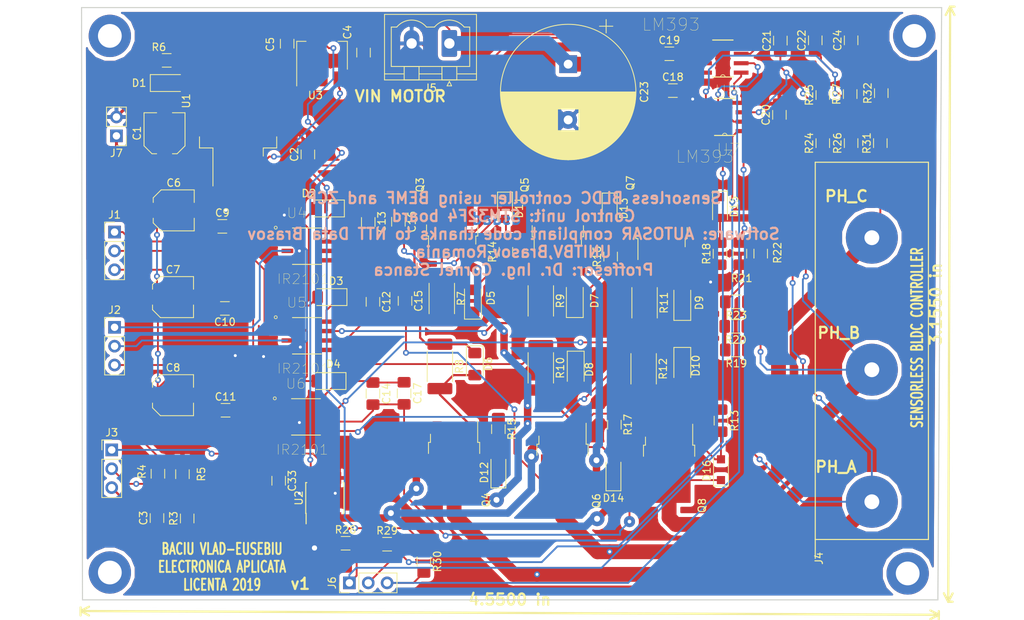
<source format=kicad_pcb>
(kicad_pcb (version 20171130) (host pcbnew "(5.0.2)-1")
  (layers (0 F.Cu signal) (31 B.Cu signal) (34 B.Paste user) (35 F.Paste user) (36 B.SilkS user) (37 F.SilkS user) (38 B.Mask user) (39 F.Mask user) (44 Edge.Cuts user))
  (net 0 "")
  (net 1 /12V_Bootstrap)
  (net 2 /HIN1)
  (net 3 /LIN1)
  (net 4 GNDREF)
  (net 5 "Net-(D6-Pad1)")
  (net 6 /PHASE_A)
  (net 7 "Net-(D5-Pad1)")
  (net 8 "Net-(D9-Pad1)")
  (net 9 /PHASE_C)
  (net 10 "Net-(D10-Pad1)")
  (net 11 /LIN3)
  (net 12 /HIN3)
  (net 13 /HIN2)
  (net 14 /LIN2)
  (net 15 "Net-(D8-Pad1)")
  (net 16 /PHASE_B)
  (net 17 "Net-(D7-Pad1)")
  (net 18 "Net-(D10-Pad2)")
  (net 19 /CP)
  (net 20 /V_BAT+)
  (net 21 "Net-(D9-Pad2)")
  (net 22 "Net-(D8-Pad2)")
  (net 23 "Net-(D7-Pad2)")
  (net 24 "Net-(D6-Pad2)")
  (net 25 "Net-(D5-Pad2)")
  (net 26 "Net-(C13-Pad1)")
  (net 27 "Net-(C14-Pad1)")
  (net 28 "Net-(C12-Pad1)")
  (net 29 /BATT_VOLTAGE)
  (net 30 /CURRENT_SENSOR)
  (net 31 /EXTIC)
  (net 32 /EXTIB)
  (net 33 /EXTIA)
  (net 34 /3V3)
  (net 35 /5V)
  (net 36 /BEMF_B)
  (net 37 /BEMF_C)
  (net 38 /BEMF_A)
  (net 39 "Net-(R19-Pad2)")
  (net 40 /BEMF_REF)
  (net 41 "Net-(R3-Pad2)")
  (net 42 "Net-(D1-Pad2)")
  (net 43 /FAULT)
  (module Package_TO_SOT_SMD:SOT-223-3_TabPin2_Modificat (layer F.Cu) (at 89.281 58.014 90)
    (fp_text reference U3 (at -5.359 -0.889 180) (layer F.SilkS))
    (fp_text value LP2950-3.3_TO92)
    (pad 1 smd rect (at 3.15 0 90) (size 2 3.8) (layers F.Cu F.Paste F.Mask) (net 34 /3V3))
    (pad 1 smd rect (at -3.15 0 90) (size 2 1.5) (layers F.Cu F.Paste F.Mask) (net 34 /3V3))
    (pad 3 smd rect (at -3.15 2.3 90) (size 2 1.5) (layers F.Cu F.Paste F.Mask) (net 35 /5V))
    (pad 2 smd rect (at -3.15 -2.3 90) (size 2 1.5) (layers F.Cu F.Paste F.Mask) (net 4 GNDREF))
  )
  (module Capacitor_SMD:C_1206_3216Metric_Pad1.42x1.75mm_HandSolder (layer F.Cu) (at 83.439 115.2795 270)
    (fp_text reference C33 (at 0 -1.82 270) (layer F.SilkS))
    (fp_text value C_Small)
    (pad 2 smd roundrect (at 1.4875 0 270) (size 1.425 1.75) (layers F.Cu F.Paste F.Mask) (roundrect_rratio 0.175439) (net 4 GNDREF))
    (pad 1 smd roundrect (at -1.4875 0 270) (size 1.425 1.75) (layers F.Cu F.Paste F.Mask) (roundrect_rratio 0.175439) (net 34 /3V3))
  )
  (module Capacitor_SMD:C_1206_3216Metric_Pad1.42x1.75mm_HandSolder (layer F.Cu) (at 160.528 55.9705 90)
    (fp_text reference C24 (at 0 -1.82 90) (layer F.SilkS))
    (fp_text value C_Small)
    (pad 1 smd roundrect (at -1.4875 0 90) (size 1.425 1.75) (layers F.Cu F.Paste F.Mask) (roundrect_rratio 0.175439) (net 37 /BEMF_C))
    (pad 2 smd roundrect (at 1.4875 0 90) (size 1.425 1.75) (layers F.Cu F.Paste F.Mask) (roundrect_rratio 0.175439) (net 4 GNDREF))
  )
  (module Capacitor_SMD:C_1206_3216Metric_Pad1.42x1.75mm_HandSolder (layer F.Cu) (at 155.702 55.9705 90)
    (fp_text reference C22 (at 0 -1.82 90) (layer F.SilkS))
    (fp_text value C_Small)
    (pad 2 smd roundrect (at 1.4875 0 90) (size 1.425 1.75) (layers F.Cu F.Paste F.Mask) (roundrect_rratio 0.175439) (net 4 GNDREF))
    (pad 1 smd roundrect (at -1.4875 0 90) (size 1.425 1.75) (layers F.Cu F.Paste F.Mask) (roundrect_rratio 0.175439) (net 36 /BEMF_B))
  )
  (module Capacitor_SMD:C_1206_3216Metric_Pad1.42x1.75mm_HandSolder (layer F.Cu) (at 151.003 56.007 90)
    (fp_text reference C21 (at 0 -1.82 90) (layer F.SilkS))
    (fp_text value C_Small)
    (pad 1 smd roundrect (at -1.4875 0 90) (size 1.425 1.75) (layers F.Cu F.Paste F.Mask) (roundrect_rratio 0.175439) (net 38 /BEMF_A))
    (pad 2 smd roundrect (at 1.4875 0 90) (size 1.425 1.75) (layers F.Cu F.Paste F.Mask) (roundrect_rratio 0.175439) (net 4 GNDREF))
  )
  (module Capacitor_SMD:C_1206_3216Metric_Pad1.42x1.75mm_HandSolder (layer F.Cu) (at 150.876 66.0035 90)
    (fp_text reference C20 (at 0 -1.82 90) (layer F.SilkS))
    (fp_text value C_Small)
    (pad 2 smd roundrect (at 1.4875 0 90) (size 1.425 1.75) (layers F.Cu F.Paste F.Mask) (roundrect_rratio 0.175439) (net 4 GNDREF))
    (pad 1 smd roundrect (at -1.4875 0 90) (size 1.425 1.75) (layers F.Cu F.Paste F.Mask) (roundrect_rratio 0.175439) (net 40 /BEMF_REF))
  )
  (module Capacitor_SMD:C_1206_3216Metric_Pad1.42x1.75mm_HandSolder (layer F.Cu) (at 136.0535 57.785)
    (fp_text reference C19 (at 0 -1.82) (layer F.SilkS))
    (fp_text value 1)
    (pad 1 smd roundrect (at -1.4875 0) (size 1.425 1.75) (layers F.Cu F.Paste F.Mask) (roundrect_rratio 0.175439) (net 35 /5V))
    (pad 2 smd roundrect (at 1.4875 0) (size 1.425 1.75) (layers F.Cu F.Paste F.Mask) (roundrect_rratio 0.175439) (net 4 GNDREF))
  )
  (module Capacitor_SMD:C_1206_3216Metric_Pad1.42x1.75mm_HandSolder (layer F.Cu) (at 136.525 62.738)
    (fp_text reference C18 (at 0 -1.82) (layer F.SilkS))
    (fp_text value 1)
    (pad 2 smd roundrect (at 1.4875 0) (size 1.425 1.75) (layers F.Cu F.Paste F.Mask) (roundrect_rratio 0.175439) (net 4 GNDREF))
    (pad 1 smd roundrect (at -1.4875 0) (size 1.425 1.75) (layers F.Cu F.Paste F.Mask) (roundrect_rratio 0.175439) (net 35 /5V))
  )
  (module Capacitor_SMD:C_1206_3216Metric_Pad1.42x1.75mm_HandSolder (layer F.Cu) (at 67.056 120.3055 90)
    (fp_text reference C3 (at 0 -1.82 90) (layer F.SilkS))
    (fp_text value C_Small)
    (pad 1 smd roundrect (at -1.4875 0 90) (size 1.425 1.75) (layers F.Cu F.Paste F.Mask) (roundrect_rratio 0.175439) (net 30 /CURRENT_SENSOR))
    (pad 2 smd roundrect (at 1.4875 0 90) (size 1.425 1.75) (layers F.Cu F.Paste F.Mask) (roundrect_rratio 0.175439) (net 4 GNDREF))
  )
  (module LM393D:SOIC127P600X175-8N (layer F.Cu) (at 143.51 66.294 180)
    (fp_text reference U7 (at -0.50851 -4.42408 180) (layer F.SilkS) (effects (font (size 1.64166 1.64166) (thickness 0.05))))
    (fp_text value LM393 (at 2.667 -5.334 180) (layer F.SilkS) (effects (font (size 1.64073 1.64073) (thickness 0.05))))
    (pad 8 smd rect (at 2.4638 -1.905 180) (size 1.9812 0.5588) (layers F.Cu F.Paste F.Mask) (net 35 /5V))
    (pad 7 smd rect (at 2.4638 -0.635 180) (size 1.9812 0.5588) (layers F.Cu F.Paste F.Mask) (net 32 /EXTIB))
    (pad 6 smd rect (at 2.4638 0.635 180) (size 1.9812 0.5588) (layers F.Cu F.Paste F.Mask) (net 40 /BEMF_REF))
    (pad 5 smd rect (at 2.4638 1.905 180) (size 1.9812 0.5588) (layers F.Cu F.Paste F.Mask) (net 36 /BEMF_B))
    (pad 4 smd rect (at -2.4638 1.905 180) (size 1.9812 0.5588) (layers F.Cu F.Paste F.Mask) (net 4 GNDREF))
    (pad 3 smd rect (at -2.4638 0.635 180) (size 1.9812 0.5588) (layers F.Cu F.Paste F.Mask) (net 38 /BEMF_A))
    (pad 2 smd rect (at -2.4638 -0.635 180) (size 1.9812 0.5588) (layers F.Cu F.Paste F.Mask) (net 40 /BEMF_REF))
    (pad 1 smd rect (at -2.4638 -1.905 180) (size 1.9812 0.5588) (layers F.Cu F.Paste F.Mask) (net 33 /EXTIA))
  )
  (module LM393D:SOIC127P600X175-8N (layer F.Cu) (at 143.256 58.42 180)
    (fp_text reference U8 (at -0.50851 -4.42408 180) (layer F.SilkS) (effects (font (size 1.64166 1.64166) (thickness 0.05))))
    (fp_text value LM393 (at 6.985 4.572 180) (layer F.SilkS) (effects (font (size 1.64073 1.64073) (thickness 0.05))))
    (pad 1 smd rect (at -2.4638 -1.905 180) (size 1.9812 0.5588) (layers F.Cu F.Paste F.Mask) (net 31 /EXTIC))
    (pad 2 smd rect (at -2.4638 -0.635 180) (size 1.9812 0.5588) (layers F.Cu F.Paste F.Mask) (net 40 /BEMF_REF))
    (pad 3 smd rect (at -2.4638 0.635 180) (size 1.9812 0.5588) (layers F.Cu F.Paste F.Mask) (net 37 /BEMF_C))
    (pad 4 smd rect (at -2.4638 1.905 180) (size 1.9812 0.5588) (layers F.Cu F.Paste F.Mask) (net 4 GNDREF))
    (pad 5 smd rect (at 2.4638 1.905 180) (size 1.9812 0.5588) (layers F.Cu F.Paste F.Mask))
    (pad 6 smd rect (at 2.4638 0.635 180) (size 1.9812 0.5588) (layers F.Cu F.Paste F.Mask))
    (pad 7 smd rect (at 2.4638 -0.635 180) (size 1.9812 0.5588) (layers F.Cu F.Paste F.Mask))
    (pad 8 smd rect (at 2.4638 -1.905 180) (size 1.9812 0.5588) (layers F.Cu F.Paste F.Mask) (net 35 /5V))
  )
  (module Resistor_SMD:R_1206_3216Metric_Pad1.42x1.75mm_HandSolder (layer F.Cu) (at 102.997 126.1475 270)
    (fp_text reference R30 (at 0 -1.82 270) (layer F.SilkS))
    (fp_text value R)
    (pad 1 smd roundrect (at -1.4875 0 270) (size 1.425 1.75) (layers F.Cu F.Paste F.Mask) (roundrect_rratio 0.175439) (net 35 /5V))
    (pad 2 smd roundrect (at 1.4875 0 270) (size 1.425 1.75) (layers F.Cu F.Paste F.Mask) (roundrect_rratio 0.175439) (net 31 /EXTIC))
  )
  (module Resistor_SMD:R_1206_3216Metric_Pad1.42x1.75mm_HandSolder (layer F.Cu) (at 156.718 63.3365 90)
    (fp_text reference R25 (at 0 -1.82 90) (layer F.SilkS))
    (fp_text value R)
    (pad 2 smd roundrect (at 1.4875 0 90) (size 1.425 1.75) (layers F.Cu F.Paste F.Mask) (roundrect_rratio 0.175439) (net 4 GNDREF))
    (pad 1 smd roundrect (at -1.4875 0 90) (size 1.425 1.75) (layers F.Cu F.Paste F.Mask) (roundrect_rratio 0.175439) (net 38 /BEMF_A))
  )
  (module Resistor_SMD:R_1206_3216Metric_Pad1.42x1.75mm_HandSolder (layer F.Cu) (at 145.0705 91.186 180)
    (fp_text reference R23 (at 0 -1.82 180) (layer F.SilkS))
    (fp_text value R)
    (pad 1 smd roundrect (at -1.4875 0 180) (size 1.425 1.75) (layers F.Cu F.Paste F.Mask) (roundrect_rratio 0.175439) (net 9 /PHASE_C))
    (pad 2 smd roundrect (at 1.4875 0 180) (size 1.425 1.75) (layers F.Cu F.Paste F.Mask) (roundrect_rratio 0.175439) (net 39 "Net-(R19-Pad2)"))
  )
  (module Resistor_SMD:R_1206_3216Metric_Pad1.42x1.75mm_HandSolder (layer F.Cu) (at 156.718 69.8135 90)
    (fp_text reference R24 (at 0 -1.82 90) (layer F.SilkS))
    (fp_text value R)
    (pad 2 smd roundrect (at 1.4875 0 90) (size 1.425 1.75) (layers F.Cu F.Paste F.Mask) (roundrect_rratio 0.175439) (net 38 /BEMF_A))
    (pad 1 smd roundrect (at -1.4875 0 90) (size 1.425 1.75) (layers F.Cu F.Paste F.Mask) (roundrect_rratio 0.175439) (net 6 /PHASE_A))
  )
  (module Resistor_SMD:R_1206_3216Metric_Pad1.42x1.75mm_HandSolder (layer F.Cu) (at 160.528 69.8135 90)
    (fp_text reference R26 (at 0 -1.82 90) (layer F.SilkS))
    (fp_text value R)
    (pad 1 smd roundrect (at -1.4875 0 90) (size 1.425 1.75) (layers F.Cu F.Paste F.Mask) (roundrect_rratio 0.175439) (net 16 /PHASE_B))
    (pad 2 smd roundrect (at 1.4875 0 90) (size 1.425 1.75) (layers F.Cu F.Paste F.Mask) (roundrect_rratio 0.175439) (net 36 /BEMF_B))
  )
  (module Resistor_SMD:R_1206_3216Metric_Pad1.42x1.75mm_HandSolder (layer F.Cu) (at 160.401 63.2095 90)
    (fp_text reference R27 (at 0 -1.82 90) (layer F.SilkS))
    (fp_text value R)
    (pad 2 smd roundrect (at 1.4875 0 90) (size 1.425 1.75) (layers F.Cu F.Paste F.Mask) (roundrect_rratio 0.175439) (net 4 GNDREF))
    (pad 1 smd roundrect (at -1.4875 0 90) (size 1.425 1.75) (layers F.Cu F.Paste F.Mask) (roundrect_rratio 0.175439) (net 36 /BEMF_B))
  )
  (module Resistor_SMD:R_1206_3216Metric_Pad1.42x1.75mm_HandSolder (layer F.Cu) (at 92.456 123.698)
    (fp_text reference R28 (at 0 -1.82) (layer F.SilkS))
    (fp_text value R)
    (pad 1 smd roundrect (at -1.4875 0) (size 1.425 1.75) (layers F.Cu F.Paste F.Mask) (roundrect_rratio 0.175439) (net 35 /5V))
    (pad 2 smd roundrect (at 1.4875 0) (size 1.425 1.75) (layers F.Cu F.Paste F.Mask) (roundrect_rratio 0.175439) (net 33 /EXTIA))
  )
  (module Resistor_SMD:R_1206_3216Metric_Pad1.42x1.75mm_HandSolder (layer F.Cu) (at 98.044 123.825)
    (fp_text reference R29 (at 0 -1.82) (layer F.SilkS))
    (fp_text value R)
    (pad 2 smd roundrect (at 1.4875 0) (size 1.425 1.75) (layers F.Cu F.Paste F.Mask) (roundrect_rratio 0.175439) (net 32 /EXTIB))
    (pad 1 smd roundrect (at -1.4875 0) (size 1.425 1.75) (layers F.Cu F.Paste F.Mask) (roundrect_rratio 0.175439) (net 35 /5V))
  )
  (module Resistor_SMD:R_1206_3216Metric_Pad1.42x1.75mm_HandSolder (layer F.Cu) (at 164.592 63.0825 90)
    (fp_text reference R32 (at 0 -1.82 90) (layer F.SilkS))
    (fp_text value R)
    (pad 1 smd roundrect (at -1.4875 0 90) (size 1.425 1.75) (layers F.Cu F.Paste F.Mask) (roundrect_rratio 0.175439) (net 37 /BEMF_C))
    (pad 2 smd roundrect (at 1.4875 0 90) (size 1.425 1.75) (layers F.Cu F.Paste F.Mask) (roundrect_rratio 0.175439) (net 4 GNDREF))
  )
  (module Resistor_SMD:R_1206_3216Metric_Pad1.42x1.75mm_HandSolder (layer F.Cu) (at 145.556854 84.695752 270)
    (fp_text reference R22 (at -0.113752 -5.065146 270) (layer F.SilkS))
    (fp_text value R)
    (pad 2 smd roundrect (at 1.4875 0 270) (size 1.425 1.75) (layers F.Cu F.Paste F.Mask) (roundrect_rratio 0.175439) (net 4 GNDREF))
    (pad 1 smd roundrect (at -1.4875 0 270) (size 1.425 1.75) (layers F.Cu F.Paste F.Mask) (roundrect_rratio 0.175439) (net 40 /BEMF_REF))
  )
  (module Resistor_SMD:R_1206_3216Metric_Pad1.42x1.75mm_HandSolder (layer F.Cu) (at 148.350854 84.695752 90)
    (fp_text reference R21 (at -3.315248 -2.554854 180) (layer F.SilkS))
    (fp_text value R)
    (pad 1 smd roundrect (at -1.4875 0 90) (size 1.425 1.75) (layers F.Cu F.Paste F.Mask) (roundrect_rratio 0.175439) (net 39 "Net-(R19-Pad2)"))
    (pad 2 smd roundrect (at 1.4875 0 90) (size 1.425 1.75) (layers F.Cu F.Paste F.Mask) (roundrect_rratio 0.175439) (net 40 /BEMF_REF))
  )
  (module Resistor_SMD:R_1206_3216Metric_Pad1.42x1.75mm_HandSolder (layer F.Cu) (at 164.465 69.8135 90)
    (fp_text reference R31 (at 0 -1.82 90) (layer F.SilkS))
    (fp_text value R)
    (pad 2 smd roundrect (at 1.4875 0 90) (size 1.425 1.75) (layers F.Cu F.Paste F.Mask) (roundrect_rratio 0.175439) (net 37 /BEMF_C))
    (pad 1 smd roundrect (at -1.4875 0 90) (size 1.425 1.75) (layers F.Cu F.Paste F.Mask) (roundrect_rratio 0.175439) (net 9 /PHASE_C))
  )
  (module Resistor_SMD:R_1206_3216Metric_Pad1.42x1.75mm_HandSolder (layer F.Cu) (at 144.9975 94.488 180)
    (fp_text reference R20 (at 0 -1.82 180) (layer F.SilkS))
    (fp_text value R)
    (pad 1 smd roundrect (at -1.4875 0 180) (size 1.425 1.75) (layers F.Cu F.Paste F.Mask) (roundrect_rratio 0.175439) (net 16 /PHASE_B))
    (pad 2 smd roundrect (at 1.4875 0 180) (size 1.425 1.75) (layers F.Cu F.Paste F.Mask) (roundrect_rratio 0.175439) (net 39 "Net-(R19-Pad2)"))
  )
  (module Resistor_SMD:R_1206_3216Metric_Pad1.42x1.75mm_HandSolder (layer F.Cu) (at 71.12 120.3595 90)
    (fp_text reference R3 (at 0 -1.82 90) (layer F.SilkS))
    (fp_text value R)
    (pad 2 smd roundrect (at 1.4875 0 90) (size 1.425 1.75) (layers F.Cu F.Paste F.Mask) (roundrect_rratio 0.175439) (net 41 "Net-(R3-Pad2)"))
    (pad 1 smd roundrect (at -1.4875 0 90) (size 1.425 1.75) (layers F.Cu F.Paste F.Mask) (roundrect_rratio 0.175439) (net 30 /CURRENT_SENSOR))
  )
  (module Resistor_SMD:R_1206_3216Metric_Pad1.42x1.75mm_HandSolder (layer F.Cu) (at 145.0705 97.663 180)
    (fp_text reference R19 (at 0 -1.82 180) (layer F.SilkS))
    (fp_text value R)
    (pad 1 smd roundrect (at -1.4875 0 180) (size 1.425 1.75) (layers F.Cu F.Paste F.Mask) (roundrect_rratio 0.175439) (net 6 /PHASE_A))
    (pad 2 smd roundrect (at 1.4875 0 180) (size 1.425 1.75) (layers F.Cu F.Paste F.Mask) (roundrect_rratio 0.175439) (net 39 "Net-(R19-Pad2)"))
  )
  (module Connector:MOTOR_CONNECTOR (layer F.Cu) (at 155.702 125.73 90)
    (fp_text reference J4 (at 0 0.5 90) (layer F.SilkS))
    (fp_text value Conn_01x03)
    (pad 1 thru_hole circle (at 7.62 7.62 90) (size 7 7) (drill 2) (layers *.Cu *.Mask) (net 6 /PHASE_A))
    (pad 2 thru_hole circle (at 25.4 7.62 90) (size 7 7) (drill 2) (layers *.Cu *.Mask) (net 16 /PHASE_B))
    (pad 3 thru_hole circle (at 43.18 7.62 90) (size 7 7) (drill 2) (layers *.Cu *.Mask) (net 9 /PHASE_C))
  )
  (module Connector_Phoenix_MSTB:PhoenixContact_MSTBVA_2,5_2-G-5,08_1x02_P5.08mm_Vertical (layer F.Cu) (at 106.426 56.388 180)
    (fp_text reference J5 (at 2.54 -6 180) (layer F.SilkS))
    (fp_text value Conn_01x02)
    (pad 1 thru_hole roundrect (at 0 0 180) (size 2.08 3.6) (drill 1.4) (layers *.Cu *.Mask) (roundrect_rratio 0.120192) (net 20 /V_BAT+))
    (pad 2 thru_hole oval (at 5.08 0 180) (size 2.08 3.6) (drill 1.4) (layers *.Cu *.Mask) (net 4 GNDREF))
  )
  (module Capacitor_THT:CP_Radial_D18.0mm_P7.50mm (layer F.Cu) (at 122.428 59.182 270)
    (fp_text reference C23 (at 3.75 -10.25 270) (layer F.SilkS))
    (fp_text value C)
    (pad 1 thru_hole rect (at 0 0 270) (size 2.4 2.4) (drill 1.2) (layers *.Cu *.Mask) (net 20 /V_BAT+))
    (pad 2 thru_hole circle (at 7.5 0 270) (size 2.4 2.4) (drill 1.2) (layers *.Cu *.Mask) (net 4 GNDREF))
  )
  (module Capacitor_SMD:C_1206_3216Metric_Pad1.42x1.75mm_HandSolder (layer F.Cu) (at 76.2 92.075 180)
    (fp_text reference C10 (at 0 -1.82 180) (layer F.SilkS))
    (fp_text value 100nF)
    (pad 1 smd roundrect (at -1.4875 0 180) (size 1.425 1.75) (layers F.Cu F.Paste F.Mask) (roundrect_rratio 0.175439) (net 1 /12V_Bootstrap))
    (pad 2 smd roundrect (at 1.4875 0 180) (size 1.425 1.75) (layers F.Cu F.Paste F.Mask) (roundrect_rratio 0.175439) (net 4 GNDREF))
  )
  (module LED_SMD:LED_1206_3216Metric_Pad1.42x1.75mm_HandSolder (layer F.Cu) (at 68.6165 61.722)
    (fp_text reference D1 (at -3.9735 0) (layer F.SilkS))
    (fp_text value LED)
    (pad 1 smd roundrect (at -1.4875 0) (size 1.425 1.75) (layers F.Cu F.Paste F.Mask) (roundrect_rratio 0.175439) (net 4 GNDREF))
    (pad 2 smd roundrect (at 1.4875 0) (size 1.425 1.75) (layers F.Cu F.Paste F.Mask) (roundrect_rratio 0.175439) (net 42 "Net-(D1-Pad2)"))
  )
  (module Package_SO:SOIC-8_3.9x4.9mm_P1.27mm (layer F.Cu) (at 89.662 117.602 90)
    (fp_text reference U2 (at 0 -3.5 90) (layer F.SilkS))
    (fp_text value ACS711xLCTR-12AB)
    (pad 1 smd rect (at -2.7 -1.905 90) (size 1.55 0.6) (layers F.Cu F.Paste F.Mask) (net 4 GNDREF))
    (pad 2 smd rect (at -2.7 -0.635 90) (size 1.55 0.6) (layers F.Cu F.Paste F.Mask) (net 4 GNDREF))
    (pad 3 smd rect (at -2.7 0.635 90) (size 1.55 0.6) (layers F.Cu F.Paste F.Mask) (net 19 /CP))
    (pad 4 smd rect (at -2.7 1.905 90) (size 1.55 0.6) (layers F.Cu F.Paste F.Mask) (net 19 /CP))
    (pad 5 smd rect (at 2.7 1.905 90) (size 1.55 0.6) (layers F.Cu F.Paste F.Mask) (net 4 GNDREF))
    (pad 6 smd rect (at 2.7 0.635 90) (size 1.55 0.6) (layers F.Cu F.Paste F.Mask) (net 43 /FAULT))
    (pad 7 smd rect (at 2.7 -0.635 90) (size 1.55 0.6) (layers F.Cu F.Paste F.Mask) (net 41 "Net-(R3-Pad2)"))
    (pad 8 smd rect (at 2.7 -1.905 90) (size 1.55 0.6) (layers F.Cu F.Paste F.Mask) (net 34 /3V3))
  )
  (module Resistor_SMD:R_1206_3216Metric_Pad1.42x1.75mm_HandSolder (layer F.Cu) (at 68.3625 58.674 180)
    (fp_text reference R6 (at 1.0525 1.778 180) (layer F.SilkS))
    (fp_text value R)
    (pad 1 smd roundrect (at -1.4875 0 180) (size 1.425 1.75) (layers F.Cu F.Paste F.Mask) (roundrect_rratio 0.175439) (net 34 /3V3))
    (pad 2 smd roundrect (at 1.4875 0 180) (size 1.425 1.75) (layers F.Cu F.Paste F.Mask) (roundrect_rratio 0.175439) (net 42 "Net-(D1-Pad2)"))
  )
  (module Resistor_SMD:R_1206_3216Metric_Pad1.42x1.75mm_HandSolder (layer F.Cu) (at 70.485 114.3905 90)
    (fp_text reference R5 (at 0 2.54 90) (layer F.SilkS))
    (fp_text value 13K)
    (pad 1 smd roundrect (at -1.4875 0 90) (size 1.425 1.75) (layers F.Cu F.Paste F.Mask) (roundrect_rratio 0.175439) (net 29 /BATT_VOLTAGE))
    (pad 2 smd roundrect (at 1.4875 0 90) (size 1.425 1.75) (layers F.Cu F.Paste F.Mask) (roundrect_rratio 0.175439) (net 4 GNDREF))
  )
  (module Resistor_SMD:R_1206_3216Metric_Pad1.42x1.75mm_HandSolder (layer F.Cu) (at 67.183 114.3365 270)
    (fp_text reference R4 (at -0.2905 2.159 270) (layer F.SilkS))
    (fp_text value 150K)
    (pad 2 smd roundrect (at 1.4875 0 270) (size 1.425 1.75) (layers F.Cu F.Paste F.Mask) (roundrect_rratio 0.175439) (net 29 /BATT_VOLTAGE))
    (pad 1 smd roundrect (at -1.4875 0 270) (size 1.425 1.75) (layers F.Cu F.Paste F.Mask) (roundrect_rratio 0.175439) (net 20 /V_BAT+))
  )
  (module Package_TO_SOT_SMD:TO-263-2 (layer F.Cu) (at 77.978 67.51 90)
    (fp_text reference U1 (at 3.375 -6.985 90) (layer F.SilkS))
    (fp_text value L7805)
    (pad 1 smd rect (at -5.775 -2.54 90) (size 4.6 1.1) (layers F.Cu F.Paste F.Mask) (net 1 /12V_Bootstrap))
    (pad 3 smd rect (at -5.775 2.54 90) (size 4.6 1.1) (layers F.Cu F.Paste F.Mask) (net 35 /5V))
    (pad 2 smd rect (at 3.375 0 90) (size 9.4 10.8) (layers F.Cu F.Mask) (net 4 GNDREF))
  )
  (module Capacitor_SMD:C_1206_3216Metric_Pad1.42x1.75mm_HandSolder (layer F.Cu) (at 87.376 71.3375 90)
    (fp_text reference C2 (at 0 -1.82 90) (layer F.SilkS))
    (fp_text value 0.1uF)
    (pad 1 smd roundrect (at -1.4875 0 90) (size 1.425 1.75) (layers F.Cu F.Paste F.Mask) (roundrect_rratio 0.175439) (net 35 /5V))
    (pad 2 smd roundrect (at 1.4875 0 90) (size 1.425 1.75) (layers F.Cu F.Paste F.Mask) (roundrect_rratio 0.175439) (net 4 GNDREF))
  )
  (module Capacitor_SMD:C_1206_3216Metric_Pad1.42x1.75mm_HandSolder (layer F.Cu) (at 94.869 57.6215 90)
    (fp_text reference C4 (at 2.7575 -2.159 90) (layer F.SilkS))
    (fp_text value C_Small)
    (pad 2 smd roundrect (at 1.4875 0 90) (size 1.425 1.75) (layers F.Cu F.Paste F.Mask) (roundrect_rratio 0.175439) (net 4 GNDREF))
    (pad 1 smd roundrect (at -1.4875 0 90) (size 1.425 1.75) (layers F.Cu F.Paste F.Mask) (roundrect_rratio 0.175439) (net 35 /5V))
  )
  (module Capacitor_SMD:C_1206_3216Metric_Pad1.42x1.75mm_HandSolder (layer F.Cu) (at 84.582 56.4245 270)
    (fp_text reference C5 (at 0.0905 2.286 270) (layer F.SilkS))
    (fp_text value C_Small)
    (pad 1 smd roundrect (at -1.4875 0 270) (size 1.425 1.75) (layers F.Cu F.Paste F.Mask) (roundrect_rratio 0.175439) (net 34 /3V3))
    (pad 2 smd roundrect (at 1.4875 0 270) (size 1.425 1.75) (layers F.Cu F.Paste F.Mask) (roundrect_rratio 0.175439) (net 4 GNDREF))
  )
  (module Capacitor_SMD:C_Elec_5x5.4 (layer F.Cu) (at 68.072 68.4835 90)
    (fp_text reference C1 (at 0 -3.7 90) (layer F.SilkS))
    (fp_text value CP1)
    (pad 1 smd roundrect (at -2.0625 0 90) (size 2.775 1.6) (layers F.Cu F.Paste F.Mask) (roundrect_rratio 0.15625) (net 1 /12V_Bootstrap))
    (pad 2 smd roundrect (at 2.0625 0 90) (size 2.775 1.6) (layers F.Cu F.Paste F.Mask) (roundrect_rratio 0.15625) (net 4 GNDREF))
  )
  (module Connector_PinHeader_2.54mm:PinHeader_1x02_P2.54mm_Vertical (layer F.Cu) (at 61.595 68.834 180)
    (fp_text reference J7 (at 0 -2.33 180) (layer F.SilkS))
    (fp_text value Conn_01x02)
    (pad 2 thru_hole oval (at 0 2.54 180) (size 1.7 1.7) (drill 1) (layers *.Cu *.Mask) (net 4 GNDREF))
    (pad 1 thru_hole rect (at 0 0 180) (size 1.7 1.7) (drill 1) (layers *.Cu *.Mask) (net 1 /12V_Bootstrap))
  )
  (module Connector_PinHeader_2.54mm:PinHeader_1x03_P2.54mm_Vertical (layer F.Cu) (at 61.341 81.788)
    (fp_text reference J1 (at 0 -2.33) (layer F.SilkS))
    (fp_text value Conn_01x03)
    (pad 1 thru_hole rect (at 0 0) (size 1.7 1.7) (drill 1) (layers *.Cu *.Mask) (net 2 /HIN1))
    (pad 2 thru_hole oval (at 0 2.54) (size 1.7 1.7) (drill 1) (layers *.Cu *.Mask) (net 13 /HIN2))
    (pad 3 thru_hole oval (at 0 5.08) (size 1.7 1.7) (drill 1) (layers *.Cu *.Mask) (net 12 /HIN3))
  )
  (module Connector_PinHeader_2.54mm:PinHeader_1x03_P2.54mm_Vertical (layer F.Cu) (at 61.341 94.615)
    (fp_text reference J2 (at 0 -2.33) (layer F.SilkS))
    (fp_text value Conn_01x03)
    (pad 3 thru_hole oval (at 0 5.08) (size 1.7 1.7) (drill 1) (layers *.Cu *.Mask) (net 11 /LIN3))
    (pad 2 thru_hole oval (at 0 2.54) (size 1.7 1.7) (drill 1) (layers *.Cu *.Mask) (net 14 /LIN2))
    (pad 1 thru_hole rect (at 0 0) (size 1.7 1.7) (drill 1) (layers *.Cu *.Mask) (net 3 /LIN1))
  )
  (module Connector_PinHeader_2.54mm:PinHeader_1x03_P2.54mm_Vertical (layer F.Cu) (at 92.964 129.032 90)
    (fp_text reference J6 (at 0 -2.33 90) (layer F.SilkS))
    (fp_text value Conn_01x03)
    (pad 3 thru_hole oval (at 0 5.08 90) (size 1.7 1.7) (drill 1) (layers *.Cu *.Mask) (net 31 /EXTIC))
    (pad 2 thru_hole oval (at 0 2.54 90) (size 1.7 1.7) (drill 1) (layers *.Cu *.Mask) (net 32 /EXTIB))
    (pad 1 thru_hole rect (at 0 0 90) (size 1.7 1.7) (drill 1) (layers *.Cu *.Mask) (net 33 /EXTIA))
  )
  (module Connector_PinHeader_2.54mm:PinHeader_1x03_P2.54mm_Vertical (layer F.Cu) (at 60.96 111.125)
    (fp_text reference J3 (at 0 -2.33) (layer F.SilkS))
    (fp_text value Conn_01x03)
    (pad 1 thru_hole rect (at 0 0) (size 1.7 1.7) (drill 1) (layers *.Cu *.Mask) (net 43 /FAULT))
    (pad 2 thru_hole oval (at 0 2.54) (size 1.7 1.7) (drill 1) (layers *.Cu *.Mask) (net 29 /BATT_VOLTAGE))
    (pad 3 thru_hole oval (at 0 5.08) (size 1.7 1.7) (drill 1) (layers *.Cu *.Mask) (net 30 /CURRENT_SENSOR))
  )
  (module Package_TO_SOT_SMD:TO-252-2 (layer F.Cu) (at 135.001 80.205 90)
    (fp_text reference Q7 (at 5.021 -4.191 90) (layer F.SilkS))
    (fp_text value IRLB8721PBF)
    (pad 2 smd rect (at 2.1 0 90) (size 6.4 5.8) (layers F.Cu F.Mask) (net 20 /V_BAT+))
    (pad 3 smd rect (at -4.2 2.28 90) (size 2.2 1.2) (layers F.Cu F.Paste F.Mask) (net 9 /PHASE_C))
    (pad 1 smd rect (at -4.2 -2.28 90) (size 2.2 1.2) (layers F.Cu F.Paste F.Mask) (net 21 "Net-(D9-Pad2)"))
  )
  (module Package_TO_SOT_SMD:TO-252-2 (layer F.Cu) (at 121.666 112.835 270)
    (fp_text reference Q6 (at 5.148 -4.572 270) (layer F.SilkS))
    (fp_text value IRLB8721PBF)
    (pad 1 smd rect (at -4.2 -2.28 270) (size 2.2 1.2) (layers F.Cu F.Paste F.Mask) (net 22 "Net-(D8-Pad2)"))
    (pad 3 smd rect (at -4.2 2.28 270) (size 2.2 1.2) (layers F.Cu F.Paste F.Mask) (net 19 /CP))
    (pad 2 smd rect (at 2.1 0 270) (size 6.4 5.8) (layers F.Cu F.Mask) (net 16 /PHASE_B))
  )
  (module Package_TO_SOT_SMD:TO-252-2 (layer F.Cu) (at 121.031 79.951 90)
    (fp_text reference Q5 (at 4.513 -4.445 90) (layer F.SilkS))
    (fp_text value IRLB8721PBF)
    (pad 2 smd rect (at 2.1 0 90) (size 6.4 5.8) (layers F.Cu F.Mask) (net 20 /V_BAT+))
    (pad 3 smd rect (at -4.2 2.28 90) (size 2.2 1.2) (layers F.Cu F.Paste F.Mask) (net 16 /PHASE_B))
    (pad 1 smd rect (at -4.2 -2.28 90) (size 2.2 1.2) (layers F.Cu F.Paste F.Mask) (net 23 "Net-(D7-Pad2)"))
  )
  (module Package_TO_SOT_SMD:TO-252-2 (layer F.Cu) (at 107.061 112.581 270)
    (fp_text reference Q4 (at 5.275 -4.318 270) (layer F.SilkS))
    (fp_text value IRLB8721PBF)
    (pad 1 smd rect (at -4.2 -2.28 270) (size 2.2 1.2) (layers F.Cu F.Paste F.Mask) (net 24 "Net-(D6-Pad2)"))
    (pad 3 smd rect (at -4.2 2.28 270) (size 2.2 1.2) (layers F.Cu F.Paste F.Mask) (net 19 /CP))
    (pad 2 smd rect (at 2.1 0 270) (size 6.4 5.8) (layers F.Cu F.Mask) (net 6 /PHASE_A))
  )
  (module Package_TO_SOT_SMD:TO-252-2 (layer F.Cu) (at 106.806 79.848 90)
    (fp_text reference Q3 (at 4.41 -4.317 90) (layer F.SilkS))
    (fp_text value IRLB8721PBF)
    (pad 2 smd rect (at 2.1 0 90) (size 6.4 5.8) (layers F.Cu F.Mask) (net 20 /V_BAT+))
    (pad 3 smd rect (at -4.2 2.28 90) (size 2.2 1.2) (layers F.Cu F.Paste F.Mask) (net 6 /PHASE_A))
    (pad 1 smd rect (at -4.2 -2.28 90) (size 2.2 1.2) (layers F.Cu F.Paste F.Mask) (net 25 "Net-(D5-Pad2)"))
  )
  (module Package_TO_SOT_SMD:TO-252-2 (layer F.Cu) (at 136.017 112.962 270)
    (fp_text reference Q8 (at 5.656 -4.445 270) (layer F.SilkS))
    (fp_text value IRLB8721PBF)
    (pad 1 smd rect (at -4.2 -2.28 270) (size 2.2 1.2) (layers F.Cu F.Paste F.Mask) (net 18 "Net-(D10-Pad2)"))
    (pad 3 smd rect (at -4.2 2.28 270) (size 2.2 1.2) (layers F.Cu F.Paste F.Mask) (net 19 /CP))
    (pad 2 smd rect (at 2.1 0 270) (size 6.4 5.8) (layers F.Cu F.Mask) (net 9 /PHASE_C))
  )
  (module Diode_SMD:D_SOD-123F (layer F.Cu) (at 113.919 78.613 270)
    (fp_text reference D11 (at -0.127 -1.905 270) (layer F.SilkS))
    (fp_text value 1N5819)
    (pad 2 smd rect (at 1.4 0 270) (size 1.1 1.1) (layers F.Cu F.Paste F.Mask) (net 6 /PHASE_A))
    (pad 1 smd rect (at -1.4 0 270) (size 1.1 1.1) (layers F.Cu F.Paste F.Mask) (net 20 /V_BAT+))
  )
  (module Diode_SMD:D_SOD-123F (layer F.Cu) (at 113.03 114.046 90)
    (fp_text reference D12 (at -0.127 -1.905 90) (layer F.SilkS))
    (fp_text value 1N5819)
    (pad 1 smd rect (at -1.4 0 90) (size 1.1 1.1) (layers F.Cu F.Paste F.Mask) (net 6 /PHASE_A))
    (pad 2 smd rect (at 1.4 0 90) (size 1.1 1.1) (layers F.Cu F.Paste F.Mask) (net 19 /CP))
  )
  (module Diode_SMD:D_SOD-123F (layer F.Cu) (at 128.016 78.74 270)
    (fp_text reference D13 (at -0.127 -1.905 270) (layer F.SilkS))
    (fp_text value 1N5819)
    (pad 2 smd rect (at 1.4 0 270) (size 1.1 1.1) (layers F.Cu F.Paste F.Mask) (net 16 /PHASE_B))
    (pad 1 smd rect (at -1.4 0 270) (size 1.1 1.1) (layers F.Cu F.Paste F.Mask) (net 20 /V_BAT+))
  )
  (module Diode_SMD:D_SOD-123F (layer F.Cu) (at 128.524 114.43 90)
    (fp_text reference D14 (at -3.172 0 180) (layer F.SilkS))
    (fp_text value 1N5819)
    (pad 1 smd rect (at -1.4 0 90) (size 1.1 1.1) (layers F.Cu F.Paste F.Mask) (net 16 /PHASE_B))
    (pad 2 smd rect (at 1.4 0 90) (size 1.1 1.1) (layers F.Cu F.Paste F.Mask) (net 19 /CP))
  )
  (module Diode_SMD:D_SOD-123F (layer F.Cu) (at 142.875 78.486 270)
    (fp_text reference D15 (at -0.127 -1.905 270) (layer F.SilkS))
    (fp_text value 1N5819)
    (pad 2 smd rect (at 1.4 0 270) (size 1.1 1.1) (layers F.Cu F.Paste F.Mask) (net 9 /PHASE_C))
    (pad 1 smd rect (at -1.4 0 270) (size 1.1 1.1) (layers F.Cu F.Paste F.Mask) (net 20 /V_BAT+))
  )
  (module Diode_SMD:D_SOD-123F (layer F.Cu) (at 143.002 113.792 90)
    (fp_text reference D16 (at -0.127 -1.905 90) (layer F.SilkS))
    (fp_text value 1N5819)
    (pad 1 smd rect (at -1.4 0 90) (size 1.1 1.1) (layers F.Cu F.Paste F.Mask) (net 9 /PHASE_C))
    (pad 2 smd rect (at 1.4 0 90) (size 1.1 1.1) (layers F.Cu F.Paste F.Mask) (net 19 /CP))
  )
  (module Capacitor_SMD:C_1206_3216Metric_Pad1.42x1.75mm_HandSolder (layer F.Cu) (at 99.568 80.399722 270)
    (fp_text reference C16 (at 0 -1.82 270) (layer F.SilkS))
    (fp_text value 100nF)
    (pad 2 smd roundrect (at 1.4875 0 270) (size 1.425 1.75) (layers F.Cu F.Paste F.Mask) (roundrect_rratio 0.175439) (net 6 /PHASE_A))
    (pad 1 smd roundrect (at -1.4875 0 270) (size 1.425 1.75) (layers F.Cu F.Paste F.Mask) (roundrect_rratio 0.175439) (net 26 "Net-(C13-Pad1)"))
  )
  (module Capacitor_SMD:C_1206_3216Metric_Pad1.42x1.75mm_HandSolder (layer F.Cu) (at 96.139 103.5415 270)
    (fp_text reference C14 (at 0 -1.82 270) (layer F.SilkS))
    (fp_text value 2.2uF)
    (pad 1 smd roundrect (at -1.4875 0 270) (size 1.425 1.75) (layers F.Cu F.Paste F.Mask) (roundrect_rratio 0.175439) (net 27 "Net-(C14-Pad1)"))
    (pad 2 smd roundrect (at 1.4875 0 270) (size 1.425 1.75) (layers F.Cu F.Paste F.Mask) (roundrect_rratio 0.175439) (net 9 /PHASE_C))
  )
  (module Capacitor_SMD:C_1206_3216Metric_Pad1.42x1.75mm_HandSolder (layer F.Cu) (at 76.2905 105.791)
    (fp_text reference C11 (at 0 -1.82) (layer F.SilkS))
    (fp_text value 100nF)
    (pad 2 smd roundrect (at 1.4875 0) (size 1.425 1.75) (layers F.Cu F.Paste F.Mask) (roundrect_rratio 0.175439) (net 4 GNDREF))
    (pad 1 smd roundrect (at -1.4875 0) (size 1.425 1.75) (layers F.Cu F.Paste F.Mask) (roundrect_rratio 0.175439) (net 1 /12V_Bootstrap))
  )
  (module Capacitor_SMD:C_1206_3216Metric_Pad1.42x1.75mm_HandSolder (layer F.Cu) (at 96.139 91.186 270)
    (fp_text reference C12 (at 0 -1.82 270) (layer F.SilkS))
    (fp_text value 2.2uF)
    (pad 1 smd roundrect (at -1.4875 0 270) (size 1.425 1.75) (layers F.Cu F.Paste F.Mask) (roundrect_rratio 0.175439) (net 28 "Net-(C12-Pad1)"))
    (pad 2 smd roundrect (at 1.4875 0 270) (size 1.425 1.75) (layers F.Cu F.Paste F.Mask) (roundrect_rratio 0.175439) (net 16 /PHASE_B))
  )
  (module Capacitor_SMD:C_1206_3216Metric_Pad1.42x1.75mm_HandSolder (layer F.Cu) (at 100.457 91.059 270)
    (fp_text reference C15 (at 0 -1.82 270) (layer F.SilkS))
    (fp_text value 100nF)
    (pad 2 smd roundrect (at 1.4875 0 270) (size 1.425 1.75) (layers F.Cu F.Paste F.Mask) (roundrect_rratio 0.175439) (net 16 /PHASE_B))
    (pad 1 smd roundrect (at -1.4875 0 270) (size 1.425 1.75) (layers F.Cu F.Paste F.Mask) (roundrect_rratio 0.175439) (net 28 "Net-(C12-Pad1)"))
  )
  (module Capacitor_SMD:C_1206_3216Metric_Pad1.42x1.75mm_HandSolder (layer F.Cu) (at 95.504 80.436222 270)
    (fp_text reference C13 (at 0 -1.82 270) (layer F.SilkS))
    (fp_text value 2.2uF)
    (pad 1 smd roundrect (at -1.4875 0 270) (size 1.425 1.75) (layers F.Cu F.Paste F.Mask) (roundrect_rratio 0.175439) (net 26 "Net-(C13-Pad1)"))
    (pad 2 smd roundrect (at 1.4875 0 270) (size 1.425 1.75) (layers F.Cu F.Paste F.Mask) (roundrect_rratio 0.175439) (net 6 /PHASE_A))
  )
  (module Capacitor_SMD:C_1206_3216Metric_Pad1.42x1.75mm_HandSolder (layer F.Cu) (at 100.33 103.505 270)
    (fp_text reference C17 (at 0 -1.82 270) (layer F.SilkS))
    (fp_text value 100nF)
    (pad 2 smd roundrect (at 1.4875 0 270) (size 1.425 1.75) (layers F.Cu F.Paste F.Mask) (roundrect_rratio 0.175439) (net 9 /PHASE_C))
    (pad 1 smd roundrect (at -1.4875 0 270) (size 1.425 1.75) (layers F.Cu F.Paste F.Mask) (roundrect_rratio 0.175439) (net 27 "Net-(C14-Pad1)"))
  )
  (module Capacitor_SMD:C_1206_3216Metric_Pad1.42x1.75mm_HandSolder (layer F.Cu) (at 75.8555 81.026)
    (fp_text reference C9 (at 0 -1.82) (layer F.SilkS))
    (fp_text value 100nF)
    (pad 1 smd roundrect (at -1.4875 0) (size 1.425 1.75) (layers F.Cu F.Paste F.Mask) (roundrect_rratio 0.175439) (net 1 /12V_Bootstrap))
    (pad 2 smd roundrect (at 1.4875 0) (size 1.425 1.75) (layers F.Cu F.Paste F.Mask) (roundrect_rratio 0.175439) (net 4 GNDREF))
  )
  (module Capacitor_SMD:C_Elec_5x5.4 (layer F.Cu) (at 69.215 103.759)
    (fp_text reference C8 (at 0 -3.7) (layer F.SilkS))
    (fp_text value 10uF)
    (pad 1 smd roundrect (at -2.0625 0) (size 2.775 1.6) (layers F.Cu F.Paste F.Mask) (roundrect_rratio 0.15625) (net 1 /12V_Bootstrap))
    (pad 2 smd roundrect (at 2.0625 0) (size 2.775 1.6) (layers F.Cu F.Paste F.Mask) (roundrect_rratio 0.15625) (net 4 GNDREF))
  )
  (module Capacitor_SMD:C_Elec_5x5.4 (layer F.Cu) (at 69.215 90.551)
    (fp_text reference C7 (at 0 -3.7) (layer F.SilkS))
    (fp_text value 10uF)
    (pad 2 smd roundrect (at 2.0625 0) (size 2.775 1.6) (layers F.Cu F.Paste F.Mask) (roundrect_rratio 0.15625) (net 4 GNDREF))
    (pad 1 smd roundrect (at -2.0625 0) (size 2.775 1.6) (layers F.Cu F.Paste F.Mask) (roundrect_rratio 0.15625) (net 1 /12V_Bootstrap))
  )
  (module Capacitor_SMD:C_Elec_5x5.4 (layer F.Cu) (at 69.3115 78.867)
    (fp_text reference C6 (at 0 -3.7) (layer F.SilkS))
    (fp_text value 10uF)
    (pad 1 smd roundrect (at -2.0625 0) (size 2.775 1.6) (layers F.Cu F.Paste F.Mask) (roundrect_rratio 0.15625) (net 1 /12V_Bootstrap))
    (pad 2 smd roundrect (at 2.0625 0) (size 2.775 1.6) (layers F.Cu F.Paste F.Mask) (roundrect_rratio 0.15625) (net 4 GNDREF))
  )
  (module Diode_SMD:D_1206_3216Metric_Pad1.42x1.75mm_HandSolder (layer F.Cu) (at 90.043 101.854 180)
    (fp_text reference D4 (at -0.762 2.286 180) (layer F.SilkS))
    (fp_text value 1N4148)
    (pad 1 smd roundrect (at -1.4875 0 180) (size 1.425 1.75) (layers F.Cu F.Paste F.Mask) (roundrect_rratio 0.175439) (net 27 "Net-(C14-Pad1)"))
    (pad 2 smd roundrect (at 1.4875 0 180) (size 1.425 1.75) (layers F.Cu F.Paste F.Mask) (roundrect_rratio 0.175439) (net 1 /12V_Bootstrap))
  )
  (module Diode_SMD:D_1206_3216Metric_Pad1.42x1.75mm_HandSolder (layer F.Cu) (at 90.17 90.551 180)
    (fp_text reference D3 (at -1.016 2.159 180) (layer F.SilkS))
    (fp_text value 1N4148)
    (pad 2 smd roundrect (at 1.4875 0 180) (size 1.425 1.75) (layers F.Cu F.Paste F.Mask) (roundrect_rratio 0.175439) (net 1 /12V_Bootstrap))
    (pad 1 smd roundrect (at -1.4875 0 180) (size 1.425 1.75) (layers F.Cu F.Paste F.Mask) (roundrect_rratio 0.175439) (net 28 "Net-(C12-Pad1)"))
  )
  (module Diode_SMD:D_1206_3216Metric_Pad1.42x1.75mm_HandSolder (layer F.Cu) (at 89.8255 78.613 180)
    (fp_text reference D2 (at 2.3225 2.032 180) (layer F.SilkS))
    (fp_text value 1N4148)
    (pad 1 smd roundrect (at -1.4875 0 180) (size 1.425 1.75) (layers F.Cu F.Paste F.Mask) (roundrect_rratio 0.175439) (net 26 "Net-(C13-Pad1)"))
    (pad 2 smd roundrect (at 1.4875 0 180) (size 1.425 1.75) (layers F.Cu F.Paste F.Mask) (roundrect_rratio 0.175439) (net 1 /12V_Bootstrap))
  )
  (module Diode_SMD:D_1206_3216Metric_Pad1.42x1.75mm_HandSolder (layer F.Cu) (at 109.601 91.059 90)
    (fp_text reference D5 (at 0.381 2.413 90) (layer F.SilkS))
    (fp_text value 1N4148)
    (pad 2 smd roundrect (at 1.4875 0 90) (size 1.425 1.75) (layers F.Cu F.Paste F.Mask) (roundrect_rratio 0.175439) (net 25 "Net-(D5-Pad2)"))
    (pad 1 smd roundrect (at -1.4875 0 90) (size 1.425 1.75) (layers F.Cu F.Paste F.Mask) (roundrect_rratio 0.175439) (net 7 "Net-(D5-Pad1)"))
  )
  (module Diode_SMD:D_1206_3216Metric_Pad1.42x1.75mm_HandSolder (layer F.Cu) (at 123.317 90.8415 90)
    (fp_text reference D7 (at -0.2175 2.667 90) (layer F.SilkS))
    (fp_text value 1N4148)
    (pad 1 smd roundrect (at -1.4875 0 90) (size 1.425 1.75) (layers F.Cu F.Paste F.Mask) (roundrect_rratio 0.175439) (net 17 "Net-(D7-Pad1)"))
    (pad 2 smd roundrect (at 1.4875 0 90) (size 1.425 1.75) (layers F.Cu F.Paste F.Mask) (roundrect_rratio 0.175439) (net 23 "Net-(D7-Pad2)"))
  )
  (module Diode_SMD:D_1206_3216Metric_Pad1.42x1.75mm_HandSolder (layer F.Cu) (at 123.444 100.2935 270)
    (fp_text reference D8 (at 0 -1.82 270) (layer F.SilkS))
    (fp_text value 1N4148)
    (pad 2 smd roundrect (at 1.4875 0 270) (size 1.425 1.75) (layers F.Cu F.Paste F.Mask) (roundrect_rratio 0.175439) (net 22 "Net-(D8-Pad2)"))
    (pad 1 smd roundrect (at -1.4875 0 270) (size 1.425 1.75) (layers F.Cu F.Paste F.Mask) (roundrect_rratio 0.175439) (net 15 "Net-(D8-Pad1)"))
  )
  (module Diode_SMD:D_1206_3216Metric_Pad1.42x1.75mm_HandSolder (layer F.Cu) (at 137.795 99.7855 270)
    (fp_text reference D10 (at 0 -1.82 270) (layer F.SilkS))
    (fp_text value 1N4148)
    (pad 1 smd roundrect (at -1.4875 0 270) (size 1.425 1.75) (layers F.Cu F.Paste F.Mask) (roundrect_rratio 0.175439) (net 10 "Net-(D10-Pad1)"))
    (pad 2 smd roundrect (at 1.4875 0 270) (size 1.425 1.75) (layers F.Cu F.Paste F.Mask) (roundrect_rratio 0.175439) (net 18 "Net-(D10-Pad2)"))
  )
  (module Diode_SMD:D_1206_3216Metric_Pad1.42x1.75mm_HandSolder (layer F.Cu) (at 109.855 99.568 270)
    (fp_text reference D6 (at 0 -1.82 270) (layer F.SilkS))
    (fp_text value 1N4148)
    (pad 2 smd roundrect (at 1.4875 0 270) (size 1.425 1.75) (layers F.Cu F.Paste F.Mask) (roundrect_rratio 0.175439) (net 24 "Net-(D6-Pad2)"))
    (pad 1 smd roundrect (at -1.4875 0 270) (size 1.425 1.75) (layers F.Cu F.Paste F.Mask) (roundrect_rratio 0.175439) (net 5 "Net-(D6-Pad1)"))
  )
  (module Diode_SMD:D_1206_3216Metric_Pad1.42x1.75mm_HandSolder (layer F.Cu) (at 137.795 91.2225 90)
    (fp_text reference D9 (at -0.0905 2.286 90) (layer F.SilkS))
    (fp_text value 1N4148)
    (pad 1 smd roundrect (at -1.4875 0 90) (size 1.425 1.75) (layers F.Cu F.Paste F.Mask) (roundrect_rratio 0.175439) (net 8 "Net-(D9-Pad1)"))
    (pad 2 smd roundrect (at 1.4875 0 90) (size 1.425 1.75) (layers F.Cu F.Paste F.Mask) (roundrect_rratio 0.175439) (net 21 "Net-(D9-Pad2)"))
  )
  (module Resistor_SMD:R_1206_3216Metric_Pad1.42x1.75mm_HandSolder (layer F.Cu) (at 143.002 107.188 270)
    (fp_text reference R13 (at 0 -1.82 270) (layer F.SilkS))
    (fp_text value 10K)
    (pad 2 smd roundrect (at 1.4875 0 270) (size 1.425 1.75) (layers F.Cu F.Paste F.Mask) (roundrect_rratio 0.175439) (net 19 /CP))
    (pad 1 smd roundrect (at -1.4875 0 270) (size 1.425 1.75) (layers F.Cu F.Paste F.Mask) (roundrect_rratio 0.175439) (net 18 "Net-(D10-Pad2)"))
  )
  (module Resistor_SMD:R_1206_3216Metric_Pad1.42x1.75mm_HandSolder (layer F.Cu) (at 114.046 84.455 90)
    (fp_text reference R14 (at 0 -1.82 90) (layer F.SilkS))
    (fp_text value 10K)
    (pad 1 smd roundrect (at -1.4875 0 90) (size 1.425 1.75) (layers F.Cu F.Paste F.Mask) (roundrect_rratio 0.175439) (net 25 "Net-(D5-Pad2)"))
    (pad 2 smd roundrect (at 1.4875 0 90) (size 1.425 1.75) (layers F.Cu F.Paste F.Mask) (roundrect_rratio 0.175439) (net 6 /PHASE_A))
  )
  (module Resistor_SMD:R_1206_3216Metric_Pad1.42x1.75mm_HandSolder (layer F.Cu) (at 113.03 108.331 270)
    (fp_text reference R15 (at 0 -1.82 270) (layer F.SilkS))
    (fp_text value 10K)
    (pad 2 smd roundrect (at 1.4875 0 270) (size 1.425 1.75) (layers F.Cu F.Paste F.Mask) (roundrect_rratio 0.175439) (net 19 /CP))
    (pad 1 smd roundrect (at -1.4875 0 270) (size 1.425 1.75) (layers F.Cu F.Paste F.Mask) (roundrect_rratio 0.175439) (net 24 "Net-(D6-Pad2)"))
  )
  (module Resistor_SMD:R_1206_3216Metric_Pad1.42x1.75mm_HandSolder (layer F.Cu) (at 128.143 85.09 90)
    (fp_text reference R16 (at 0 -1.82 90) (layer F.SilkS))
    (fp_text value 10K)
    (pad 1 smd roundrect (at -1.4875 0 90) (size 1.425 1.75) (layers F.Cu F.Paste F.Mask) (roundrect_rratio 0.175439) (net 23 "Net-(D7-Pad2)"))
    (pad 2 smd roundrect (at 1.4875 0 90) (size 1.425 1.75) (layers F.Cu F.Paste F.Mask) (roundrect_rratio 0.175439) (net 16 /PHASE_B))
  )
  (module Resistor_SMD:R_1206_3216Metric_Pad1.42x1.75mm_HandSolder (layer F.Cu) (at 142.875 84.709 90)
    (fp_text reference R18 (at 0 -1.82 90) (layer F.SilkS))
    (fp_text value 10K)
    (pad 2 smd roundrect (at 1.4875 0 90) (size 1.425 1.75) (layers F.Cu F.Paste F.Mask) (roundrect_rratio 0.175439) (net 9 /PHASE_C))
    (pad 1 smd roundrect (at -1.4875 0 90) (size 1.425 1.75) (layers F.Cu F.Paste F.Mask) (roundrect_rratio 0.175439) (net 21 "Net-(D9-Pad2)"))
  )
  (module Resistor_SMD:R_1206_3216Metric_Pad1.42x1.75mm_HandSolder (layer F.Cu) (at 128.651 107.7325 270)
    (fp_text reference R17 (at 0 -1.82 270) (layer F.SilkS))
    (fp_text value 10K)
    (pad 1 smd roundrect (at -1.4875 0 270) (size 1.425 1.75) (layers F.Cu F.Paste F.Mask) (roundrect_rratio 0.175439) (net 22 "Net-(D8-Pad2)"))
    (pad 2 smd roundrect (at 1.4875 0 270) (size 1.425 1.75) (layers F.Cu F.Paste F.Mask) (roundrect_rratio 0.175439) (net 19 /CP))
  )
  (module Resistor_SMD:R_2512_6332Metric_Pad1.52x3.35mm_HandSolder (layer F.Cu) (at 132.588 100.203 270)
    (fp_text reference R12 (at 0 -2.62 270) (layer F.SilkS))
    (fp_text value 22)
    (pad 2 smd roundrect (at 2.9875 0 270) (size 1.525 3.35) (layers F.Cu F.Paste F.Mask) (roundrect_rratio 0.163934) (net 18 "Net-(D10-Pad2)"))
    (pad 1 smd roundrect (at -2.9875 0 270) (size 1.525 3.35) (layers F.Cu F.Paste F.Mask) (roundrect_rratio 0.163934) (net 10 "Net-(D10-Pad1)"))
  )
  (module Resistor_SMD:R_2512_6332Metric_Pad1.52x3.35mm_HandSolder (layer F.Cu) (at 132.715 91.313 270)
    (fp_text reference R11 (at 0 -2.62 270) (layer F.SilkS))
    (fp_text value 22)
    (pad 1 smd roundrect (at -2.9875 0 270) (size 1.525 3.35) (layers F.Cu F.Paste F.Mask) (roundrect_rratio 0.163934) (net 21 "Net-(D9-Pad2)"))
    (pad 2 smd roundrect (at 2.9875 0 270) (size 1.525 3.35) (layers F.Cu F.Paste F.Mask) (roundrect_rratio 0.163934) (net 8 "Net-(D9-Pad1)"))
  )
  (module Resistor_SMD:R_2512_6332Metric_Pad1.52x3.35mm_HandSolder (layer F.Cu) (at 118.745 100.076 270)
    (fp_text reference R10 (at 0 -2.62 270) (layer F.SilkS))
    (fp_text value 22)
    (pad 2 smd roundrect (at 2.9875 0 270) (size 1.525 3.35) (layers F.Cu F.Paste F.Mask) (roundrect_rratio 0.163934) (net 22 "Net-(D8-Pad2)"))
    (pad 1 smd roundrect (at -2.9875 0 270) (size 1.525 3.35) (layers F.Cu F.Paste F.Mask) (roundrect_rratio 0.163934) (net 15 "Net-(D8-Pad1)"))
  )
  (module Resistor_SMD:R_2512_6332Metric_Pad1.52x3.35mm_HandSolder (layer F.Cu) (at 118.745 91.059 270)
    (fp_text reference R9 (at 0 -2.62 270) (layer F.SilkS))
    (fp_text value 22)
    (pad 1 smd roundrect (at -2.9875 0 270) (size 1.525 3.35) (layers F.Cu F.Paste F.Mask) (roundrect_rratio 0.163934) (net 23 "Net-(D7-Pad2)"))
    (pad 2 smd roundrect (at 2.9875 0 270) (size 1.525 3.35) (layers F.Cu F.Paste F.Mask) (roundrect_rratio 0.163934) (net 17 "Net-(D7-Pad1)"))
  )
  (module Resistor_SMD:R_2512_6332Metric_Pad1.52x3.35mm_HandSolder (layer F.Cu) (at 105.156 99.8825 270)
    (fp_text reference R8 (at 0 -2.62 270) (layer F.SilkS))
    (fp_text value 22)
    (pad 2 smd roundrect (at 2.9875 0 270) (size 1.525 3.35) (layers F.Cu F.Paste F.Mask) (roundrect_rratio 0.163934) (net 24 "Net-(D6-Pad2)"))
    (pad 1 smd roundrect (at -2.9875 0 270) (size 1.525 3.35) (layers F.Cu F.Paste F.Mask) (roundrect_rratio 0.163934) (net 5 "Net-(D6-Pad1)"))
  )
  (module Resistor_SMD:R_2512_6332Metric_Pad1.52x3.35mm_HandSolder (layer F.Cu) (at 105.41 90.7385 270)
    (fp_text reference R7 (at 0 -2.62 270) (layer F.SilkS))
    (fp_text value 22)
    (pad 1 smd roundrect (at -2.9875 0 270) (size 1.525 3.35) (layers F.Cu F.Paste F.Mask) (roundrect_rratio 0.163934) (net 25 "Net-(D5-Pad2)"))
    (pad 2 smd roundrect (at 2.9875 0 270) (size 1.525 3.35) (layers F.Cu F.Paste F.Mask) (roundrect_rratio 0.163934) (net 7 "Net-(D5-Pad1)"))
  )
  (module SOIC127P490X600X175-8N:SOIC127P490X600X175-8N (layer F.Cu) (at 87.249 95.758)
    (fp_text reference U5 (at -1.37995 -4.4683) (layer F.SilkS) (effects (font (size 1.35935 1.35935) (thickness 0.05))))
    (fp_text value IR2101 (at -0.51105 4.4202) (layer F.SilkS) (effects (font (size 1.34474 1.34474) (thickness 0.05))))
    (pad 1 smd rect (at -2.625 -1.905) (size 1.58 0.59) (layers F.Cu F.Paste F.Mask) (net 1 /12V_Bootstrap))
    (pad 2 smd rect (at -2.625 -0.635) (size 1.58 0.59) (layers F.Cu F.Paste F.Mask) (net 13 /HIN2))
    (pad 3 smd rect (at -2.625 0.635) (size 1.58 0.59) (layers F.Cu F.Paste F.Mask) (net 14 /LIN2))
    (pad 4 smd rect (at -2.625 1.905) (size 1.58 0.59) (layers F.Cu F.Paste F.Mask) (net 4 GNDREF))
    (pad 5 smd rect (at 2.625 1.905) (size 1.58 0.59) (layers F.Cu F.Paste F.Mask) (net 15 "Net-(D8-Pad1)"))
    (pad 6 smd rect (at 2.625 0.635) (size 1.58 0.59) (layers F.Cu F.Paste F.Mask) (net 16 /PHASE_B))
    (pad 7 smd rect (at 2.625 -0.635) (size 1.58 0.59) (layers F.Cu F.Paste F.Mask) (net 17 "Net-(D7-Pad1)"))
    (pad 8 smd rect (at 2.625 -1.905) (size 1.58 0.59) (layers F.Cu F.Paste F.Mask) (net 28 "Net-(C12-Pad1)"))
  )
  (module SOIC127P490X600X175-8N:SOIC127P490X600X175-8N (layer F.Cu) (at 87.122 106.68)
    (fp_text reference U6 (at -1.37995 -4.4683) (layer F.SilkS) (effects (font (size 1.35935 1.35935) (thickness 0.05))))
    (fp_text value IR2101 (at -0.51105 4.4202) (layer F.SilkS) (effects (font (size 1.34474 1.34474) (thickness 0.05))))
    (pad 8 smd rect (at 2.625 -1.905) (size 1.58 0.59) (layers F.Cu F.Paste F.Mask) (net 27 "Net-(C14-Pad1)"))
    (pad 7 smd rect (at 2.625 -0.635) (size 1.58 0.59) (layers F.Cu F.Paste F.Mask) (net 8 "Net-(D9-Pad1)"))
    (pad 6 smd rect (at 2.625 0.635) (size 1.58 0.59) (layers F.Cu F.Paste F.Mask) (net 9 /PHASE_C))
    (pad 5 smd rect (at 2.625 1.905) (size 1.58 0.59) (layers F.Cu F.Paste F.Mask) (net 10 "Net-(D10-Pad1)"))
    (pad 4 smd rect (at -2.625 1.905) (size 1.58 0.59) (layers F.Cu F.Paste F.Mask) (net 4 GNDREF))
    (pad 3 smd rect (at -2.625 0.635) (size 1.58 0.59) (layers F.Cu F.Paste F.Mask) (net 11 /LIN3))
    (pad 2 smd rect (at -2.625 -0.635) (size 1.58 0.59) (layers F.Cu F.Paste F.Mask) (net 12 /HIN3))
    (pad 1 smd rect (at -2.625 -1.905) (size 1.58 0.59) (layers F.Cu F.Paste F.Mask) (net 1 /12V_Bootstrap))
  )
  (module SOIC127P490X600X175-8N:SOIC127P490X600X175-8N (layer F.Cu) (at 87.249 83.693)
    (fp_text reference U4 (at -1.37995 -4.4683) (layer F.SilkS) (effects (font (size 1.35935 1.35935) (thickness 0.05))))
    (fp_text value IR2101 (at -0.51105 4.4202) (layer F.SilkS) (effects (font (size 1.34474 1.34474) (thickness 0.05))))
    (pad 1 smd rect (at -2.625 -1.905) (size 1.58 0.59) (layers F.Cu F.Paste F.Mask) (net 1 /12V_Bootstrap))
    (pad 2 smd rect (at -2.625 -0.635) (size 1.58 0.59) (layers F.Cu F.Paste F.Mask) (net 2 /HIN1))
    (pad 3 smd rect (at -2.625 0.635) (size 1.58 0.59) (layers F.Cu F.Paste F.Mask) (net 3 /LIN1))
    (pad 4 smd rect (at -2.625 1.905) (size 1.58 0.59) (layers F.Cu F.Paste F.Mask) (net 4 GNDREF))
    (pad 5 smd rect (at 2.625 1.905) (size 1.58 0.59) (layers F.Cu F.Paste F.Mask) (net 5 "Net-(D6-Pad1)"))
    (pad 6 smd rect (at 2.625 0.635) (size 1.58 0.59) (layers F.Cu F.Paste F.Mask) (net 6 /PHASE_A))
    (pad 7 smd rect (at 2.625 -0.635) (size 1.58 0.59) (layers F.Cu F.Paste F.Mask) (net 7 "Net-(D5-Pad1)"))
    (pad 8 smd rect (at 2.625 -1.905) (size 1.58 0.59) (layers F.Cu F.Paste F.Mask) (net 26 "Net-(C13-Pad1)"))
  )
  (module MountingHole:MountingHole_3.2mm_M3_ISO7380_Pad (layer F.Cu) (at 60.706 55.372)
    (fp_text reference REF** hide)
    (fp_text value MountingHole_3.2mm_M3_ISO7380_Pad)
    (pad 1 thru_hole circle (at 0 0) (size 5.7 5.7) (drill 3.2) (layers *.Cu *.Mask))
  )
  (module MountingHole:MountingHole_3.2mm_M3_ISO7380_Pad (layer F.Cu) (at 169.037 55.372)
    (fp_text reference REF** hide)
    (fp_text value MountingHole_3.2mm_M3_ISO7380_Pad)
    (pad 4 thru_hole circle (at 0 0) (size 5.7 5.7) (drill 3.2) (layers *.Cu *.Mask))
  )
  (module MountingHole:MountingHole_3.2mm_M3_ISO7380_Pad (layer F.Cu) (at 168.148 127.762)
    (fp_text reference REF** hide)
    (fp_text value MountingHole_3.2mm_M3_ISO7380_Pad)
    (pad 4 thru_hole circle (at 0 0) (size 5.7 5.7) (drill 3.2) (layers *.Cu *.Mask))
  )
  (module MountingHole:MountingHole_3.2mm_M3_ISO7380_Pad (layer F.Cu) (at 60.706 127.635)
    (fp_text reference REF** hide)
    (fp_text value MountingHole_3.2mm_M3_ISO7380_Pad)
    (pad 2 thru_hole circle (at 0 0) (size 5.7 5.7) (drill 3.2) (layers *.Cu *.Mask))
  )
  (dimension 80.137403 (width 0.3) (layer F.SilkS) (gr_text "80.137 mm" (at 175.835989 91.510156 89.8183975) (layer F.SilkS) (effects (font (size 1.5 1.5) (thickness 0.3)))) (feature1 (pts (xy 173.863 51.435) (xy 174.449418 51.436859))) (feature2 (pts (xy 173.609 131.572) (xy 174.195418 131.573859))) (crossbar (pts (xy 173.609 131.572) (xy 173.863 51.435))) (arrow1a (pts (xy 173.863 51.435) (xy 174.445847 52.563357))) (arrow1b (pts (xy 173.863 51.435) (xy 173.273012 52.559639))) (arrow2a (pts (xy 173.609 131.572) (xy 174.198988 130.447361))) (arrow2b (pts (xy 173.609 131.572) (xy 173.026153 130.443643))))
  (dimension 115.571116 (width 0.3) (layer F.SilkS) (gr_text "115.571 mm" (at 114.54262 135.17699 359.748152) (layer F.SilkS) (effects (font (size 1.5 1.5) (thickness 0.3)))) (feature1 (pts (xy 172.339 132.842) (xy 172.334273 133.917425))) (feature2 (pts (xy 56.769 132.334) (xy 56.764273 133.409425))) (crossbar (pts (xy 56.766851 132.82301) (xy 172.336851 133.33101))) (arrow1a (pts (xy 172.336851 133.33101) (xy 171.20778 133.912473))) (arrow1b (pts (xy 172.336851 133.33101) (xy 171.212936 132.739643))) (arrow2a (pts (xy 56.766851 132.82301) (xy 57.890766 133.414377))) (arrow2b (pts (xy 56.766851 132.82301) (xy 57.895922 132.241547))))
  (gr_text PH_A (at 158.496 113.411) (layer F.SilkS) (effects (font (size 1.5 1.5) (thickness 0.3))))
  (gr_text PH_B (at 158.877 95.377) (layer F.SilkS) (effects (font (size 1.5 1.5) (thickness 0.3))))
  (gr_text PH_C (at 159.893 76.962) (layer F.SilkS) (effects (font (size 1.5 1.5) (thickness 0.3))))
  (gr_text "Sensorless BLDC controller using BEMF and ZCP\nControl unit: STM32F4 board\nSoftware: AUTOSAR compliant code thanks to NTT Data Brasov\nUNITBV,Brasov,Romania\nProffesor: Dr. Ing. Cornel Stanca" (at 115.062 82.042) (layer B.SilkS) (effects (font (size 1.5 1.5) (thickness 0.3)) (justify mirror)))
  (gr_text dsaad (at 112.776 80.01) (layer B.Cu) (effects (font (size 1.5 1.5) (thickness 0.3)) (justify mirror)))
  (gr_text "VIN MOTOR" (at 99.822 63.5) (layer F.SilkS) (effects (font (size 1.5 1.5) (thickness 0.3))))
  (gr_text v1 (at 86.36 129.159) (layer F.SilkS) (effects (font (size 1.5 1.5) (thickness 0.3))))
  (gr_text "SENSORLESS BLDC CONTROLLER" (at 169.418 96.012 90) (layer F.SilkS) (effects (font (size 1.5 1) (thickness 0.25))))
  (gr_text "BACIU VLAD-EUSEBIU\nELECTRONICA APLICATA\nLICENTA 2019" (at 75.819 126.873) (layer F.SilkS) (effects (font (size 1.5 1) (thickness 0.25))))
  (gr_line (start 57.023 131.318) (end 172.212 131.318) (layer Edge.Cuts) (width 0.15))
  (gr_line (start 172.72 51.562) (end 172.212 131.318) (layer Edge.Cuts) (width 0.15))
  (gr_line (start 56.896 51.562) (end 57.023 131.318) (layer Edge.Cuts) (width 0.15))
  (gr_line (start 56.896 51.562) (end 172.72 51.562) (layer Edge.Cuts) (width 0.15))
  (segment (start 72.898 73.285) (end 75.438 73.285) (width 0.4) (layer F.Cu) (net 1))
  (segment (start 61.595 68.834) (end 61.595 70.084) (width 0.4) (layer F.Cu) (net 1))
  (segment (start 61.595 70.084) (end 64.796 73.285) (width 0.4) (layer F.Cu) (net 1))
  (segment (start 68.072 72.396) (end 68.961 73.285) (width 0.4) (layer F.Cu) (net 1))
  (segment (start 68.072 70.546) (end 68.072 72.396) (width 0.4) (layer F.Cu) (net 1))
  (segment (start 64.796 73.285) (end 68.961 73.285) (width 0.4) (layer F.Cu) (net 1))
  (segment (start 68.961 73.285) (end 72.898 73.285) (width 0.4) (layer F.Cu) (net 1))
  (segment (start 83.584 81.788) (end 84.624 81.788) (width 0.25) (layer F.Cu) (net 1))
  (segment (start 81.391 81.788) (end 83.584 81.788) (width 0.25) (layer F.Cu) (net 1))
  (segment (start 75.438 73.285) (end 75.438 75.835) (width 0.25) (layer F.Cu) (net 1))
  (segment (start 84.624 93.853) (end 85.664 93.853) (width 0.25) (layer F.Cu) (net 1))
  (segment (start 85.119 81.788) (end 84.624 81.788) (width 0.25) (layer F.Cu) (net 1))
  (segment (start 85.537 104.775) (end 86.741 103.571) (width 0.25) (layer F.Cu) (net 1))
  (segment (start 84.497 104.775) (end 85.537 104.775) (width 0.25) (layer F.Cu) (net 1))
  (segment (start 86.741 92.776) (end 86.741 92.075) (width 0.25) (layer F.Cu) (net 1))
  (segment (start 87.5395 91.694) (end 88.6825 90.551) (width 0.25) (layer F.Cu) (net 1))
  (segment (start 86.741 91.694) (end 87.5395 91.694) (width 0.25) (layer F.Cu) (net 1))
  (segment (start 86.741 92.075) (end 86.741 91.694) (width 0.25) (layer F.Cu) (net 1))
  (segment (start 86.741 101.6) (end 86.868 101.6) (width 0.25) (layer F.Cu) (net 1))
  (segment (start 86.741 103.571) (end 86.741 101.6) (width 0.25) (layer F.Cu) (net 1))
  (segment (start 87.122 101.854) (end 88.5555 101.854) (width 0.25) (layer F.Cu) (net 1))
  (segment (start 86.868 101.6) (end 87.122 101.854) (width 0.25) (layer F.Cu) (net 1))
  (segment (start 64.796 75.514) (end 64.796 73.285) (width 0.25) (layer F.Cu) (net 1))
  (segment (start 67.249 77.967) (end 64.796 75.514) (width 0.25) (layer F.Cu) (net 1))
  (segment (start 67.249 78.867) (end 67.249 77.967) (width 0.25) (layer F.Cu) (net 1))
  (segment (start 67.1525 89.651) (end 67.056 89.5545) (width 0.25) (layer F.Cu) (net 1))
  (segment (start 67.056 89.5545) (end 67.056 87.757) (width 0.25) (layer F.Cu) (net 1))
  (segment (start 67.056 87.757) (end 67.056 87.757) (width 0.25) (layer F.Cu) (net 1))
  (via (at 67.056 87.757) (size 0.8) (drill 0.4) (layers F.Cu B.Cu) (net 1))
  (segment (start 67.056 87.757) (end 67.056 87.191315) (width 0.25) (layer B.Cu) (net 1))
  (segment (start 67.056 87.191315) (end 67.056 82.169) (width 0.25) (layer B.Cu) (net 1))
  (segment (start 67.056 82.169) (end 67.056 82.169) (width 0.25) (layer B.Cu) (net 1))
  (via (at 67.056 82.169) (size 0.8) (drill 0.4) (layers F.Cu B.Cu) (net 1))
  (segment (start 67.056 79.06) (end 67.249 78.867) (width 0.25) (layer F.Cu) (net 1))
  (segment (start 67.056 82.169) (end 67.056 79.06) (width 0.25) (layer F.Cu) (net 1))
  (segment (start 67.1525 91.451) (end 67.183 91.4815) (width 0.25) (layer F.Cu) (net 1))
  (segment (start 67.1525 90.551) (end 67.1525 91.451) (width 0.25) (layer F.Cu) (net 1))
  (segment (start 67.183 91.4815) (end 67.183 98.171) (width 0.25) (layer F.Cu) (net 1))
  (segment (start 67.183 98.171) (end 67.183 98.298) (width 0.25) (layer F.Cu) (net 1))
  (via (at 67.183 98.171) (size 0.8) (drill 0.4) (layers F.Cu B.Cu) (net 1))
  (segment (start 67.183 98.171) (end 67.183 101.727) (width 0.25) (layer B.Cu) (net 1))
  (segment (start 67.183 101.727) (end 67.183 101.727) (width 0.25) (layer B.Cu) (net 1))
  (via (at 67.183 101.727) (size 0.8) (drill 0.4) (layers F.Cu B.Cu) (net 1))
  (segment (start 67.1525 101.7575) (end 67.183 101.727) (width 0.25) (layer F.Cu) (net 1))
  (segment (start 67.1525 103.759) (end 67.1525 101.7575) (width 0.25) (layer F.Cu) (net 1))
  (segment (start 80.248 80.645) (end 86.306 80.645) (width 0.25) (layer F.Cu) (net 1))
  (segment (start 80.248 80.645) (end 81.391 81.788) (width 0.25) (layer F.Cu) (net 1))
  (segment (start 75.438 75.835) (end 80.248 80.645) (width 0.25) (layer F.Cu) (net 1))
  (segment (start 87.503 90.932) (end 86.741 91.694) (width 0.25) (layer F.Cu) (net 1))
  (segment (start 87.503 81.334) (end 87.503 90.932) (width 0.25) (layer F.Cu) (net 1))
  (segment (start 86.56 80.391) (end 87.503 81.334) (width 0.25) (layer F.Cu) (net 1))
  (segment (start 86.56 80.391) (end 88.338 78.613) (width 0.25) (layer F.Cu) (net 1))
  (segment (start 86.306 80.645) (end 86.56 80.391) (width 0.25) (layer F.Cu) (net 1))
  (segment (start 87.249 101.219) (end 86.868 101.6) (width 0.25) (layer F.Cu) (net 1))
  (segment (start 87.249 95.184) (end 87.249 101.219) (width 0.25) (layer F.Cu) (net 1))
  (segment (start 85.791 93.726) (end 87.249 95.184) (width 0.25) (layer F.Cu) (net 1))
  (segment (start 85.791 93.726) (end 86.741 92.776) (width 0.25) (layer F.Cu) (net 1))
  (segment (start 85.664 93.853) (end 85.791 93.726) (width 0.25) (layer F.Cu) (net 1))
  (segment (start 67.1525 103.759) (end 67.1525 102.859) (width 0.25) (layer F.Cu) (net 1))
  (segment (start 74.5125 88.9) (end 77.6875 92.075) (width 0.25) (layer F.Cu) (net 1))
  (segment (start 67.9035 88.9) (end 74.5125 88.9) (width 0.25) (layer F.Cu) (net 1))
  (segment (start 67.1525 89.651) (end 67.9035 88.9) (width 0.25) (layer F.Cu) (net 1))
  (segment (start 67.1525 90.551) (end 67.1525 89.651) (width 0.25) (layer F.Cu) (net 1))
  (segment (start 69.408 81.026) (end 67.249 78.867) (width 0.25) (layer F.Cu) (net 1))
  (segment (start 74.368 81.026) (end 69.408 81.026) (width 0.25) (layer F.Cu) (net 1))
  (segment (start 74.803 104.78381) (end 74.676 104.65681) (width 0.25) (layer F.Cu) (net 1))
  (segment (start 74.803 105.791) (end 74.803 104.78381) (width 0.25) (layer F.Cu) (net 1))
  (segment (start 74.676 104.65681) (end 74.676 103.632) (width 0.25) (layer F.Cu) (net 1))
  (segment (start 72.2215 101.1775) (end 68.834 101.1775) (width 0.25) (layer F.Cu) (net 1))
  (segment (start 74.676 103.632) (end 72.2215 101.1775) (width 0.25) (layer F.Cu) (net 1))
  (segment (start 67.1525 102.859) (end 68.834 101.1775) (width 0.25) (layer F.Cu) (net 1))
  (segment (start 68.834 101.1775) (end 68.961 101.0505) (width 0.25) (layer F.Cu) (net 1))
  (segment (start 83.584 83.058) (end 84.624 83.058) (width 0.25) (layer F.Cu) (net 2))
  (segment (start 63.711 83.058) (end 83.584 83.058) (width 0.25) (layer F.Cu) (net 2))
  (segment (start 62.441 81.788) (end 63.711 83.058) (width 0.25) (layer F.Cu) (net 2))
  (segment (start 61.341 81.788) (end 62.441 81.788) (width 0.25) (layer F.Cu) (net 2))
  (segment (start 61.341 94.615) (end 79.883 94.615) (width 0.25) (layer B.Cu) (net 3))
  (segment (start 79.883 94.615) (end 80.899 93.599) (width 0.25) (layer B.Cu) (net 3))
  (segment (start 80.899 93.599) (end 80.899 85.979) (width 0.25) (layer B.Cu) (net 3))
  (segment (start 80.899 85.979) (end 82.55 84.328) (width 0.25) (layer B.Cu) (net 3))
  (segment (start 82.55 84.328) (end 84.963 84.328) (width 0.25) (layer B.Cu) (net 3))
  (via (at 86.36 97.282) (size 0.8) (drill 0.4) (layers F.Cu B.Cu) (net 4))
  (segment (start 63.754 64.135) (end 66.548 64.135) (width 0.4) (layer F.Cu) (net 4))
  (segment (start 66.294 64.135) (end 66.548 64.135) (width 0.4) (layer F.Cu) (net 4))
  (segment (start 66.548 64.135) (end 77.978 64.135) (width 0.4) (layer F.Cu) (net 4))
  (segment (start 70.358 64.135) (end 77.978 64.135) (width 0.4) (layer F.Cu) (net 4))
  (segment (start 68.072 66.421) (end 70.358 64.135) (width 0.4) (layer F.Cu) (net 4))
  (segment (start 81.661 64.135) (end 77.978 64.135) (width 0.4) (layer F.Cu) (net 4))
  (segment (start 87.376 69.85) (end 81.661 64.135) (width 0.4) (layer F.Cu) (net 4))
  (segment (start 77.978 64.135) (end 77.978 76.454) (width 0.25) (layer F.Cu) (net 4))
  (segment (start 77.978 76.454) (end 81.026 79.502) (width 0.25) (layer F.Cu) (net 4))
  (segment (start 81.026 79.502) (end 84.201 79.502) (width 0.25) (layer F.Cu) (net 4))
  (segment (start 84.201 79.502) (end 84.201 79.502) (width 0.25) (layer F.Cu) (net 4))
  (via (at 84.201 79.502) (size 0.8) (drill 0.4) (layers F.Cu B.Cu) (net 4))
  (segment (start 84.908106 79.502) (end 86.233 80.826894) (width 0.25) (layer B.Cu) (net 4))
  (segment (start 84.201 79.502) (end 84.908106 79.502) (width 0.25) (layer B.Cu) (net 4))
  (segment (start 84.836 85.598) (end 84.963 85.598) (width 0.25) (layer B.Cu) (net 4))
  (segment (start 84.709 85.725) (end 84.836 85.598) (width 0.25) (layer B.Cu) (net 4))
  (segment (start 86.233 107.442) (end 86.233 107.442) (width 0.25) (layer B.Cu) (net 4))
  (segment (start 86.233 84.328) (end 86.233 84.328) (width 0.25) (layer B.Cu) (net 4))
  (via (at 86.233 84.328) (size 0.8) (drill 0.4) (layers F.Cu B.Cu) (net 4))
  (segment (start 86.233 85.344) (end 86.233 84.328) (width 0.25) (layer F.Cu) (net 4))
  (segment (start 84.624 85.598) (end 85.979 85.598) (width 0.25) (layer F.Cu) (net 4))
  (segment (start 85.979 85.598) (end 86.233 85.344) (width 0.25) (layer F.Cu) (net 4))
  (segment (start 86.233 83.566) (end 86.614 83.566) (width 0.25) (layer B.Cu) (net 4))
  (segment (start 86.233 83.566) (end 86.233 84.328) (width 0.25) (layer B.Cu) (net 4))
  (segment (start 86.233 80.826894) (end 86.233 83.566) (width 0.25) (layer B.Cu) (net 4))
  (segment (start 86.614 83.566) (end 87.249 84.201) (width 0.25) (layer B.Cu) (net 4))
  (segment (start 87.249 84.201) (end 87.249 95.631) (width 0.25) (layer B.Cu) (net 4))
  (segment (start 87.249 95.631) (end 87.249 96.393) (width 0.25) (layer B.Cu) (net 4))
  (segment (start 87.249 96.393) (end 86.36 97.282) (width 0.25) (layer B.Cu) (net 4))
  (segment (start 85.979 97.663) (end 86.36 97.282) (width 0.25) (layer F.Cu) (net 4))
  (segment (start 84.624 97.663) (end 85.979 97.663) (width 0.25) (layer F.Cu) (net 4))
  (segment (start 86.233 97.974685) (end 86.233 107.442) (width 0.25) (layer B.Cu) (net 4))
  (segment (start 86.36 97.847685) (end 86.233 97.974685) (width 0.25) (layer B.Cu) (net 4))
  (segment (start 86.36 97.282) (end 86.36 97.847685) (width 0.25) (layer B.Cu) (net 4))
  (via (at 86.233 107.442) (size 0.8) (drill 0.4) (layers F.Cu B.Cu) (net 4))
  (segment (start 85.09 108.585) (end 86.233 107.442) (width 0.25) (layer F.Cu) (net 4))
  (segment (start 84.497 108.585) (end 85.09 108.585) (width 0.25) (layer F.Cu) (net 4))
  (segment (start 83.457 108.585) (end 84.497 108.585) (width 0.25) (layer F.Cu) (net 4))
  (segment (start 71.2775 104.659) (end 75.2035 108.585) (width 0.25) (layer F.Cu) (net 4))
  (segment (start 71.2775 103.759) (end 71.2775 104.659) (width 0.25) (layer F.Cu) (net 4))
  (segment (start 71.2775 90.551) (end 71.2775 92.1055) (width 0.25) (layer F.Cu) (net 4))
  (segment (start 77.597 98.425) (end 77.597 98.425) (width 0.25) (layer F.Cu) (net 4))
  (via (at 77.597 98.425) (size 0.8) (drill 0.4) (layers F.Cu B.Cu) (net 4))
  (segment (start 78.162685 98.425) (end 78.289685 98.552) (width 0.25) (layer B.Cu) (net 4))
  (segment (start 77.597 98.425) (end 78.162685 98.425) (width 0.25) (layer B.Cu) (net 4))
  (segment (start 78.289685 98.552) (end 81.407 98.552) (width 0.25) (layer B.Cu) (net 4))
  (segment (start 81.407 98.552) (end 81.407 98.552) (width 0.25) (layer B.Cu) (net 4))
  (via (at 81.407 98.552) (size 0.8) (drill 0.4) (layers F.Cu B.Cu) (net 4))
  (segment (start 82.296 97.663) (end 84.624 97.663) (width 0.25) (layer F.Cu) (net 4))
  (segment (start 81.407 98.552) (end 82.296 97.663) (width 0.25) (layer F.Cu) (net 4))
  (segment (start 71.374 78.867) (end 76.327 78.867) (width 0.25) (layer F.Cu) (net 4))
  (segment (start 76.327 78.867) (end 76.454 78.867) (width 0.25) (layer F.Cu) (net 4))
  (via (at 76.327 78.867) (size 0.8) (drill 0.4) (layers F.Cu B.Cu) (net 4))
  (segment (start 83.566 78.867) (end 84.201 79.502) (width 0.25) (layer B.Cu) (net 4))
  (segment (start 76.327 78.867) (end 83.566 78.867) (width 0.25) (layer B.Cu) (net 4))
  (segment (start 72.884 93.091) (end 72.263 93.091) (width 0.25) (layer F.Cu) (net 4))
  (segment (start 73.9 92.075) (end 72.884 93.091) (width 0.25) (layer F.Cu) (net 4))
  (segment (start 74.7125 92.075) (end 73.9 92.075) (width 0.25) (layer F.Cu) (net 4))
  (segment (start 71.2775 92.1055) (end 72.263 93.091) (width 0.25) (layer F.Cu) (net 4))
  (segment (start 72.263 93.091) (end 77.597 98.425) (width 0.25) (layer F.Cu) (net 4))
  (segment (start 76.327 80.01) (end 76.327 78.867) (width 0.25) (layer F.Cu) (net 4))
  (segment (start 77.343 81.026) (end 76.327 80.01) (width 0.25) (layer F.Cu) (net 4))
  (segment (start 77.216 107.328) (end 77.216 108.585) (width 0.25) (layer F.Cu) (net 4))
  (segment (start 77.778 106.766) (end 77.216 107.328) (width 0.25) (layer F.Cu) (net 4))
  (segment (start 77.778 105.791) (end 77.778 106.766) (width 0.25) (layer F.Cu) (net 4))
  (segment (start 75.2035 108.585) (end 77.216 108.585) (width 0.25) (layer F.Cu) (net 4))
  (segment (start 77.216 108.585) (end 83.457 108.585) (width 0.25) (layer F.Cu) (net 4))
  (segment (start 101.346 57.148) (end 101.346 56.388) (width 2) (layer B.Cu) (net 4))
  (segment (start 110.88 66.682) (end 101.346 57.148) (width 2) (layer B.Cu) (net 4))
  (segment (start 122.428 66.682) (end 110.88 66.682) (width 2) (layer B.Cu) (net 4))
  (segment (start 101.346 57.148) (end 101.346 56.388) (width 0.4) (layer F.Cu) (net 4))
  (segment (start 94.359 64.135) (end 101.346 57.148) (width 0.4) (layer F.Cu) (net 4))
  (segment (start 77.978 64.135) (end 94.359 64.135) (width 0.4) (layer F.Cu) (net 4))
  (segment (start 74.803 108.585) (end 77.216 108.585) (width 0.25) (layer F.Cu) (net 4))
  (segment (start 101.346 57.148) (end 82.548 75.946) (width 2) (layer B.Cu) (net 4))
  (segment (start 82.548 75.946) (end 71.374 75.946) (width 2) (layer B.Cu) (net 4))
  (segment (start 70.910998 75.946) (end 64.897 81.959998) (width 2) (layer B.Cu) (net 4))
  (segment (start 71.374 75.946) (end 70.910998 75.946) (width 2) (layer B.Cu) (net 4))
  (segment (start 64.897 81.959998) (end 64.897 87.249) (width 2) (layer B.Cu) (net 4))
  (segment (start 64.897 87.249) (end 58.909999 93.236001) (width 2) (layer B.Cu) (net 4))
  (segment (start 67.963001 129.685001) (end 82.912999 129.685001) (width 2) (layer B.Cu) (net 4))
  (segment (start 82.912999 129.685001) (end 88.265 124.333) (width 2) (layer B.Cu) (net 4))
  (segment (start 88.265 124.333) (end 88.265 124.333) (width 2) (layer B.Cu) (net 4))
  (via (at 88.265 124.333) (size 2) (drill 0.7) (layers F.Cu B.Cu) (net 4))
  (segment (start 87.757 123.825) (end 88.265 124.333) (width 2) (layer F.Cu) (net 4))
  (segment (start 87.757 120.302) (end 87.757 123.825) (width 2) (layer F.Cu) (net 4))
  (segment (start 58.909999 119.126) (end 59.69 119.126) (width 2) (layer B.Cu) (net 4))
  (segment (start 58.909999 93.236001) (end 58.909999 119.126) (width 2) (layer B.Cu) (net 4))
  (segment (start 67.963001 127.399001) (end 67.963001 129.685001) (width 2) (layer B.Cu) (net 4))
  (segment (start 59.69 119.126) (end 67.963001 127.399001) (width 2) (layer B.Cu) (net 4))
  (segment (start 65.395653 62.493347) (end 62.357 65.532) (width 0.3) (layer F.Cu) (net 4))
  (segment (start 66.357653 62.493347) (end 65.395653 62.493347) (width 0.3) (layer F.Cu) (net 4))
  (segment (start 67.129 61.722) (end 66.357653 62.493347) (width 0.3) (layer F.Cu) (net 4))
  (segment (start 61.595 66.294) (end 62.357 65.532) (width 0.4) (layer F.Cu) (net 4))
  (segment (start 62.357 65.532) (end 63.754 64.135) (width 0.4) (layer F.Cu) (net 4))
  (segment (start 67.056 118.818) (end 68.526 117.348) (width 0.3) (layer F.Cu) (net 4))
  (segment (start 70.951046 117.348) (end 72.771 115.528046) (width 0.3) (layer F.Cu) (net 4))
  (segment (start 68.526 117.348) (end 70.951046 117.348) (width 0.3) (layer F.Cu) (net 4))
  (segment (start 72.771 110.871) (end 72.644 110.744) (width 0.3) (layer F.Cu) (net 4))
  (segment (start 72.771 115.528046) (end 72.771 110.871) (width 0.3) (layer F.Cu) (net 4))
  (segment (start 70.485 112.903) (end 72.644 110.744) (width 0.25) (layer F.Cu) (net 4))
  (segment (start 72.644 110.744) (end 74.803 108.585) (width 0.25) (layer F.Cu) (net 4))
  (segment (start 85.537 108.585) (end 84.497 108.585) (width 0.25) (layer F.Cu) (net 4))
  (segment (start 86.275 108.585) (end 85.537 108.585) (width 0.25) (layer F.Cu) (net 4))
  (segment (start 91.567 113.877) (end 86.275 108.585) (width 0.25) (layer F.Cu) (net 4))
  (segment (start 91.567 114.902) (end 91.567 113.877) (width 0.25) (layer F.Cu) (net 4))
  (segment (start 89.027 120.302) (end 89.027 120.015) (width 1) (layer F.Cu) (net 4))
  (segment (start 88.74 120.302) (end 87.757 120.302) (width 1) (layer F.Cu) (net 4))
  (segment (start 89.027 120.015) (end 88.74 120.302) (width 1) (layer F.Cu) (net 4))
  (segment (start 144.4792 56.515) (end 143.14019 55.17599) (width 0.25) (layer F.Cu) (net 4))
  (segment (start 112.84501 55.17599) (end 108.585 59.436) (width 0.25) (layer F.Cu) (net 4))
  (segment (start 102.636 56.388) (end 101.346 56.388) (width 0.25) (layer F.Cu) (net 4))
  (segment (start 105.684 59.436) (end 102.636 56.388) (width 0.25) (layer F.Cu) (net 4))
  (segment (start 108.585 59.436) (end 105.684 59.436) (width 0.25) (layer F.Cu) (net 4))
  (segment (start 144.7332 64.389) (end 144.018 63.6738) (width 0.25) (layer F.Cu) (net 4))
  (segment (start 145.9738 64.389) (end 144.7332 64.389) (width 0.25) (layer F.Cu) (net 4))
  (segment (start 144.018 57.15) (end 144.653 56.515) (width 0.25) (layer F.Cu) (net 4))
  (segment (start 145.7198 56.515) (end 144.653 56.515) (width 0.25) (layer F.Cu) (net 4))
  (segment (start 144.653 56.515) (end 144.4792 56.515) (width 0.25) (layer F.Cu) (net 4))
  (segment (start 142.738653 61.966653) (end 144.018 63.246) (width 0.25) (layer F.Cu) (net 4))
  (segment (start 138.783847 61.966653) (end 142.738653 61.966653) (width 0.25) (layer F.Cu) (net 4))
  (segment (start 138.0125 62.738) (end 138.783847 61.966653) (width 0.25) (layer F.Cu) (net 4))
  (segment (start 144.018 63.6738) (end 144.018 63.246) (width 0.25) (layer F.Cu) (net 4))
  (segment (start 144.018 63.246) (end 144.018 57.15) (width 0.25) (layer F.Cu) (net 4))
  (segment (start 138.43 55.921) (end 138.43 55.17599) (width 0.25) (layer F.Cu) (net 4))
  (segment (start 137.541 56.81) (end 138.43 55.921) (width 0.25) (layer F.Cu) (net 4))
  (segment (start 137.541 57.785) (end 137.541 56.81) (width 0.25) (layer F.Cu) (net 4))
  (segment (start 143.14019 55.17599) (end 138.43 55.17599) (width 0.25) (layer F.Cu) (net 4))
  (segment (start 138.43 55.17599) (end 112.84501 55.17599) (width 0.25) (layer F.Cu) (net 4))
  (segment (start 145.556854 86.183252) (end 143.221106 88.519) (width 0.25) (layer F.Cu) (net 4))
  (segment (start 143.221106 88.519) (end 141.605 88.519) (width 0.25) (layer F.Cu) (net 4))
  (segment (start 141.605 88.519) (end 141.605 88.519) (width 0.25) (layer F.Cu) (net 4))
  (via (at 141.605 88.519) (size 0.8) (drill 0.4) (layers F.Cu B.Cu) (net 4))
  (segment (start 141.605 88.519) (end 139.827 86.741) (width 0.25) (layer B.Cu) (net 4))
  (segment (start 139.827 86.741) (end 139.192 86.106) (width 0.25) (layer B.Cu) (net 4))
  (segment (start 139.192 86.106) (end 139.192 63.881) (width 0.25) (layer B.Cu) (net 4))
  (segment (start 139.192 63.881) (end 139.192 63.881) (width 0.25) (layer B.Cu) (net 4))
  (via (at 139.192 63.881) (size 0.8) (drill 0.4) (layers F.Cu B.Cu) (net 4))
  (segment (start 138.049 62.738) (end 139.192 63.881) (width 0.25) (layer F.Cu) (net 4))
  (segment (start 138.0125 62.738) (end 138.049 62.738) (width 0.25) (layer F.Cu) (net 4))
  (segment (start 150.749 64.389) (end 150.876 64.516) (width 0.25) (layer F.Cu) (net 4))
  (segment (start 145.9738 64.389) (end 150.749 64.389) (width 0.25) (layer F.Cu) (net 4))
  (segment (start 160.274 61.849) (end 160.401 61.722) (width 0.25) (layer F.Cu) (net 4))
  (segment (start 156.718 61.849) (end 160.274 61.849) (width 0.25) (layer F.Cu) (net 4))
  (segment (start 160.528 61.595) (end 160.401 61.722) (width 0.25) (layer F.Cu) (net 4))
  (segment (start 164.592 61.595) (end 160.528 61.595) (width 0.25) (layer F.Cu) (net 4))
  (segment (start 153.543 61.849) (end 150.876 64.516) (width 0.25) (layer F.Cu) (net 4))
  (segment (start 156.718 61.849) (end 153.543 61.849) (width 0.25) (layer F.Cu) (net 4))
  (segment (start 155.6655 54.5195) (end 155.702 54.483) (width 0.25) (layer F.Cu) (net 4))
  (segment (start 151.003 54.5195) (end 155.6655 54.5195) (width 0.25) (layer F.Cu) (net 4))
  (segment (start 156.677 54.483) (end 160.528 54.483) (width 0.25) (layer F.Cu) (net 4))
  (segment (start 155.702 54.483) (end 156.677 54.483) (width 0.25) (layer F.Cu) (net 4))
  (segment (start 145.7198 55.9856) (end 145.7198 56.515) (width 0.25) (layer F.Cu) (net 4))
  (segment (start 147.1859 54.5195) (end 145.7198 55.9856) (width 0.25) (layer F.Cu) (net 4))
  (segment (start 151.003 54.5195) (end 147.1859 54.5195) (width 0.25) (layer F.Cu) (net 4))
  (segment (start 84.414 116.767) (end 84.614 116.967) (width 0.25) (layer F.Cu) (net 4))
  (segment (start 83.439 116.767) (end 84.414 116.767) (width 0.25) (layer F.Cu) (net 4))
  (segment (start 84.614 116.967) (end 86.233 116.967) (width 0.25) (layer F.Cu) (net 4))
  (segment (start 86.233 116.967) (end 86.233 116.967) (width 0.25) (layer F.Cu) (net 4))
  (via (at 86.233 116.967) (size 0.8) (drill 0.4) (layers F.Cu B.Cu) (net 4))
  (segment (start 86.233 116.967) (end 91.059 116.967) (width 0.25) (layer B.Cu) (net 4))
  (segment (start 91.059 116.967) (end 91.059 116.967) (width 0.25) (layer B.Cu) (net 4))
  (via (at 91.059 116.967) (size 0.8) (drill 0.4) (layers F.Cu B.Cu) (net 4))
  (segment (start 91.567 116.459) (end 91.567 114.902) (width 0.25) (layer F.Cu) (net 4))
  (segment (start 91.059 116.967) (end 91.567 116.459) (width 0.25) (layer F.Cu) (net 4))
  (segment (start 80.949 61.164) (end 77.978 64.135) (width 0.25) (layer F.Cu) (net 4))
  (segment (start 86.981 61.164) (end 80.949 61.164) (width 0.25) (layer F.Cu) (net 4))
  (segment (start 85.557 57.912) (end 84.582 57.912) (width 0.25) (layer F.Cu) (net 4))
  (segment (start 92.116 57.912) (end 85.557 57.912) (width 0.25) (layer F.Cu) (net 4))
  (segment (start 93.894 56.134) (end 92.116 57.912) (width 0.25) (layer F.Cu) (net 4))
  (segment (start 94.869 56.134) (end 93.894 56.134) (width 0.25) (layer F.Cu) (net 4))
  (segment (start 85.353347 58.683347) (end 84.582 57.912) (width 0.25) (layer F.Cu) (net 4))
  (segment (start 86.981 60.311) (end 85.353347 58.683347) (width 0.25) (layer F.Cu) (net 4))
  (segment (start 86.981 61.164) (end 86.981 60.311) (width 0.25) (layer F.Cu) (net 4))
  (segment (start 78.359 64.135) (end 77.978 64.135) (width 0.25) (layer F.Cu) (net 4))
  (segment (start 84.582 57.912) (end 78.359 64.135) (width 0.25) (layer F.Cu) (net 4))
  (segment (start 108.6695 96.895) (end 109.855 98.0805) (width 0.3) (layer F.Cu) (net 5))
  (segment (start 105.156 96.895) (end 108.6695 96.895) (width 0.3) (layer F.Cu) (net 5))
  (segment (start 103.372 96.895) (end 105.156 96.895) (width 0.3) (layer F.Cu) (net 5))
  (segment (start 102.489 96.012) (end 103.372 96.895) (width 0.3) (layer F.Cu) (net 5))
  (segment (start 102.489 88.9) (end 102.489 96.012) (width 0.3) (layer F.Cu) (net 5))
  (segment (start 89.874 85.598) (end 99.187 85.598) (width 0.3) (layer F.Cu) (net 5))
  (segment (start 99.187 85.598) (end 102.489 88.9) (width 0.3) (layer F.Cu) (net 5))
  (segment (start 93.099722 84.328) (end 95.504 81.923722) (width 0.25) (layer F.Cu) (net 6))
  (segment (start 89.874 84.328) (end 93.099722 84.328) (width 0.25) (layer F.Cu) (net 6))
  (segment (start 99.5315 81.923722) (end 99.568 81.887222) (width 0.25) (layer F.Cu) (net 6))
  (segment (start 95.504 81.923722) (end 99.5315 81.923722) (width 0.25) (layer F.Cu) (net 6))
  (segment (start 113.119 80.013) (end 113.919 80.013) (width 0.25) (layer F.Cu) (net 6))
  (segment (start 112.621 80.013) (end 113.119 80.013) (width 0.25) (layer F.Cu) (net 6))
  (segment (start 109.086 83.548) (end 112.621 80.013) (width 0.25) (layer F.Cu) (net 6))
  (segment (start 109.086 84.048) (end 109.086 83.548) (width 0.25) (layer F.Cu) (net 6))
  (segment (start 107.826 115.446) (end 107.061 114.681) (width 0.25) (layer F.Cu) (net 6))
  (segment (start 113.03 115.446) (end 107.826 115.446) (width 0.25) (layer F.Cu) (net 6))
  (segment (start 114.046 80.14) (end 113.919 80.013) (width 0.25) (layer F.Cu) (net 6))
  (segment (start 114.046 82.9675) (end 114.046 80.14) (width 0.25) (layer F.Cu) (net 6))
  (segment (start 107.061 119.881) (end 115.069 127.889) (width 2) (layer F.Cu) (net 6))
  (segment (start 107.061 114.681) (end 107.061 119.881) (width 2) (layer F.Cu) (net 6))
  (segment (start 115.069 127.889) (end 118.237 127.889) (width 2) (layer F.Cu) (net 6))
  (segment (start 99.568 82.699722) (end 100.33 83.461722) (width 0.25) (layer F.Cu) (net 6))
  (segment (start 99.568 81.887222) (end 99.568 82.699722) (width 0.25) (layer F.Cu) (net 6))
  (segment (start 100.33 83.461722) (end 100.33 84.328) (width 0.25) (layer F.Cu) (net 6))
  (segment (start 100.33 84.328) (end 100.33 84.328) (width 0.25) (layer F.Cu) (net 6))
  (via (at 100.33 84.328) (size 0.8) (drill 0.4) (layers F.Cu B.Cu) (net 6))
  (segment (start 100.729999 84.727999) (end 101.364999 84.727999) (width 0.25) (layer B.Cu) (net 6))
  (segment (start 100.33 84.328) (end 100.729999 84.727999) (width 0.25) (layer B.Cu) (net 6))
  (segment (start 101.364999 84.727999) (end 102.616 85.979) (width 0.25) (layer B.Cu) (net 6))
  (segment (start 102.616 85.979) (end 107.061 85.979) (width 0.25) (layer B.Cu) (net 6))
  (segment (start 107.061 85.979) (end 107.061 85.979) (width 0.25) (layer B.Cu) (net 6))
  (via (at 107.061 85.979) (size 0.8) (drill 0.4) (layers F.Cu B.Cu) (net 6))
  (segment (start 108.992 84.048) (end 109.086 84.048) (width 0.25) (layer F.Cu) (net 6))
  (segment (start 107.061 85.979) (end 108.992 84.048) (width 0.25) (layer F.Cu) (net 6))
  (via (at 118.237 127.889) (size 0.8) (drill 0.4) (layers F.Cu B.Cu) (net 6))
  (segment (start 109.086 86.148) (end 110.236 86.741) (width 1) (layer F.Cu) (net 6))
  (segment (start 109.086 84.048) (end 109.086 86.148) (width 1) (layer F.Cu) (net 6))
  (segment (start 109.679 86.741) (end 110.236 86.741) (width 1) (layer F.Cu) (net 6))
  (segment (start 110.236 86.741) (end 109.679 86.741) (width 1) (layer F.Cu) (net 6))
  (via (at 110.236 86.741) (size 0.8) (drill 0.4) (layers F.Cu B.Cu) (net 6))
  (segment (start 110.236 86.741) (end 110.236 91.567) (width 1) (layer B.Cu) (net 6))
  (segment (start 110.236 91.567) (end 113.792 95.123) (width 1) (layer B.Cu) (net 6))
  (segment (start 113.792 95.123) (end 113.792 95.123) (width 1) (layer B.Cu) (net 6))
  (via (at 113.792 95.123) (size 0.8) (drill 0.4) (layers F.Cu B.Cu) (net 6))
  (segment (start 113.792 95.123) (end 113.792 95.688685) (width 1) (layer F.Cu) (net 6))
  (segment (start 113.792 95.688685) (end 113.792 98.044) (width 1) (layer F.Cu) (net 6))
  (segment (start 113.792 98.044) (end 113.792 98.044) (width 1) (layer F.Cu) (net 6))
  (via (at 113.792 98.044) (size 0.8) (drill 0.4) (layers F.Cu B.Cu) (net 6))
  (segment (start 113.792 98.044) (end 116.289001 100.541001) (width 1) (layer B.Cu) (net 6))
  (via (at 116.967 105.156) (size 0.8) (drill 0.4) (layers F.Cu B.Cu) (net 6))
  (segment (start 116.967 101.219) (end 113.792 98.044) (width 1) (layer B.Cu) (net 6))
  (segment (start 116.967 105.156) (end 116.967 101.219) (width 1) (layer B.Cu) (net 6))
  (segment (start 116.967 105.156) (end 116.967 107.569) (width 1) (layer F.Cu) (net 6))
  (segment (start 116.967 107.569) (end 116.967 107.569) (width 1) (layer F.Cu) (net 6))
  (via (at 116.967 107.569) (size 0.8) (drill 0.4) (layers F.Cu B.Cu) (net 6))
  (segment (start 116.967 108.134685) (end 115.697 109.404685) (width 1) (layer B.Cu) (net 6))
  (segment (start 116.967 107.569) (end 116.967 108.134685) (width 1) (layer B.Cu) (net 6))
  (segment (start 115.697 109.404685) (end 115.697 114.935) (width 1) (layer B.Cu) (net 6))
  (segment (start 115.697 114.935) (end 112.776 117.856) (width 1) (layer B.Cu) (net 6))
  (segment (start 112.776 117.856) (end 112.776 117.856) (width 1) (layer B.Cu) (net 6))
  (via (at 112.776 117.856) (size 2) (drill 0.8) (layers F.Cu B.Cu) (net 6))
  (segment (start 110.236 117.856) (end 107.061 114.681) (width 1) (layer F.Cu) (net 6))
  (segment (start 112.776 117.856) (end 110.236 117.856) (width 1) (layer F.Cu) (net 6))
  (segment (start 153.543 127.889) (end 163.322 118.11) (width 2) (layer F.Cu) (net 6))
  (segment (start 118.237 127.889) (end 153.543 127.889) (width 2) (layer F.Cu) (net 6))
  (segment (start 146.558 98.638) (end 147.447 99.527) (width 0.25) (layer F.Cu) (net 6))
  (segment (start 146.558 97.663) (end 146.558 98.638) (width 0.25) (layer F.Cu) (net 6))
  (segment (start 147.447 99.527) (end 147.447 111.633) (width 0.25) (layer F.Cu) (net 6))
  (segment (start 147.447 111.633) (end 148.209 112.395) (width 0.25) (layer F.Cu) (net 6))
  (segment (start 148.209 112.395) (end 148.209 112.395) (width 0.25) (layer F.Cu) (net 6))
  (via (at 148.209 112.395) (size 0.8) (drill 0.4) (layers F.Cu B.Cu) (net 6))
  (segment (start 153.924 118.11) (end 163.322 118.11) (width 0.25) (layer B.Cu) (net 6))
  (segment (start 148.209 112.395) (end 153.924 118.11) (width 0.25) (layer B.Cu) (net 6))
  (segment (start 156.718 71.301) (end 152.654 75.365) (width 0.25) (layer F.Cu) (net 6))
  (segment (start 152.654 75.365) (end 152.654 88.646) (width 0.25) (layer F.Cu) (net 6))
  (segment (start 152.654 88.646) (end 152.654 88.646) (width 0.25) (layer F.Cu) (net 6))
  (via (at 152.654 88.646) (size 0.8) (drill 0.4) (layers F.Cu B.Cu) (net 6))
  (segment (start 152.654 88.646) (end 152.654 97.79) (width 0.25) (layer B.Cu) (net 6))
  (segment (start 152.654 97.79) (end 154.051 99.187) (width 0.25) (layer B.Cu) (net 6))
  (segment (start 154.051 99.187) (end 154.178 99.314) (width 0.25) (layer B.Cu) (net 6))
  (via (at 154.051 99.187) (size 0.8) (drill 0.4) (layers F.Cu B.Cu) (net 6))
  (segment (start 154.051 99.187) (end 154.051 101.981) (width 0.25) (layer F.Cu) (net 6))
  (segment (start 154.051 101.981) (end 156.21 104.14) (width 0.25) (layer F.Cu) (net 6))
  (segment (start 156.21 104.14) (end 156.21 104.14) (width 0.25) (layer F.Cu) (net 6))
  (via (at 156.21 104.14) (size 0.8) (drill 0.4) (layers F.Cu B.Cu) (net 6))
  (segment (start 156.21 104.14) (end 156.21 104.14) (width 0.25) (layer F.Cu) (net 6))
  (via (at 156.21 104.14) (size 0.8) (drill 0.4) (layers F.Cu B.Cu) (net 6))
  (segment (start 163.322 111.252) (end 163.322 118.11) (width 0.25) (layer B.Cu) (net 6))
  (segment (start 156.21 104.14) (end 163.322 111.252) (width 0.25) (layer B.Cu) (net 6))
  (segment (start 108.4215 93.726) (end 109.601 92.5465) (width 0.3) (layer F.Cu) (net 7))
  (segment (start 105.41 93.726) (end 108.4215 93.726) (width 0.3) (layer F.Cu) (net 7))
  (segment (start 90.369 83.058) (end 89.874 83.058) (width 0.3) (layer F.Cu) (net 7))
  (segment (start 101.727 82.110176) (end 100.007824 80.391) (width 0.3) (layer F.Cu) (net 7))
  (segment (start 100.007824 80.391) (end 93.036 80.391) (width 0.3) (layer F.Cu) (net 7))
  (segment (start 93.036 80.391) (end 90.369 83.058) (width 0.3) (layer F.Cu) (net 7))
  (segment (start 101.727 82.110176) (end 101.727 86.487) (width 0.3) (layer F.Cu) (net 7))
  (segment (start 101.727 86.487) (end 103.124 87.884) (width 0.3) (layer F.Cu) (net 7))
  (segment (start 103.124 91.44) (end 105.41 93.726) (width 0.3) (layer F.Cu) (net 7))
  (segment (start 103.124 87.884) (end 103.124 91.44) (width 0.3) (layer F.Cu) (net 7))
  (segment (start 134.3055 92.71) (end 132.715 94.3005) (width 0.25) (layer F.Cu) (net 8))
  (segment (start 137.795 92.71) (end 134.3055 92.71) (width 0.25) (layer F.Cu) (net 8))
  (segment (start 130.94 94.3005) (end 128.5935 96.647) (width 0.25) (layer F.Cu) (net 8))
  (segment (start 132.715 94.3005) (end 130.94 94.3005) (width 0.25) (layer F.Cu) (net 8))
  (segment (start 128.5935 96.647) (end 124.079 96.647) (width 0.25) (layer F.Cu) (net 8))
  (segment (start 124.079 96.647) (end 124.079 96.647) (width 0.25) (layer F.Cu) (net 8))
  (via (at 124.079 96.647) (size 0.8) (drill 0.4) (layers F.Cu B.Cu) (net 8))
  (segment (start 124.079 96.647) (end 100.33 96.647) (width 0.25) (layer B.Cu) (net 8))
  (segment (start 100.33 96.647) (end 92.456 104.521) (width 0.25) (layer B.Cu) (net 8))
  (segment (start 92.456 104.521) (end 92.456 104.521) (width 0.25) (layer B.Cu) (net 8))
  (via (at 92.456 104.521) (size 0.8) (drill 0.4) (layers F.Cu B.Cu) (net 8))
  (segment (start 90.932 106.045) (end 92.456 104.521) (width 0.25) (layer F.Cu) (net 8))
  (segment (start 89.747 106.045) (end 90.932 106.045) (width 0.25) (layer F.Cu) (net 8))
  (segment (start 90.787 107.315) (end 89.747 107.315) (width 0.25) (layer F.Cu) (net 9))
  (segment (start 94.6655 107.315) (end 90.787 107.315) (width 0.25) (layer F.Cu) (net 9))
  (segment (start 96.139 105.8415) (end 94.6655 107.315) (width 0.25) (layer F.Cu) (net 9))
  (segment (start 96.139 105.029) (end 96.139 105.8415) (width 0.25) (layer F.Cu) (net 9))
  (segment (start 96.1755 104.9925) (end 96.139 105.029) (width 0.25) (layer F.Cu) (net 9))
  (segment (start 100.33 104.9925) (end 96.1755 104.9925) (width 0.25) (layer F.Cu) (net 9))
  (segment (start 137.281 83.905) (end 137.281 84.405) (width 0.25) (layer F.Cu) (net 9))
  (segment (start 136.147 115.192) (end 136.017 115.062) (width 0.25) (layer F.Cu) (net 9))
  (segment (start 143.002 115.192) (end 136.147 115.192) (width 0.25) (layer F.Cu) (net 9))
  (segment (start 142.875 82.409) (end 142.875 79.886) (width 0.25) (layer F.Cu) (net 9))
  (segment (start 142.875 83.2215) (end 142.875 82.409) (width 0.25) (layer F.Cu) (net 9))
  (segment (start 136.017 120.262) (end 136.913 121.158) (width 2) (layer F.Cu) (net 9))
  (segment (start 136.017 115.062) (end 136.017 120.262) (width 2) (layer F.Cu) (net 9))
  (segment (start 136.913 121.158) (end 143.764 121.158) (width 2) (layer F.Cu) (net 9))
  (segment (start 143.764 121.158) (end 150.749 114.173) (width 2) (layer F.Cu) (net 9))
  (segment (start 100.33 104.9925) (end 100.33 117.094) (width 0.25) (layer F.Cu) (net 9))
  (segment (start 100.33 117.094) (end 105.918 122.682) (width 0.25) (layer F.Cu) (net 9))
  (segment (start 105.918 122.682) (end 105.918 122.682) (width 0.25) (layer F.Cu) (net 9))
  (via (at 105.918 122.682) (size 0.8) (drill 0.4) (layers F.Cu B.Cu) (net 9))
  (segment (start 105.791 122.555) (end 129.413 122.555) (width 0.25) (layer B.Cu) (net 9))
  (segment (start 131.191 121.031) (end 131.191 121.031) (width 0.25) (layer B.Cu) (net 9))
  (via (at 130.683 120.777) (size 1.5) (drill 0.5) (layers F.Cu B.Cu) (net 9))
  (segment (start 136.913 121.158) (end 136.913 121.158) (width 2) (layer F.Cu) (net 9))
  (segment (start 141.3 79.886) (end 142.875 79.886) (width 1) (layer F.Cu) (net 9))
  (segment (start 137.281 83.905) (end 141.3 79.886) (width 1) (layer F.Cu) (net 9))
  (segment (start 147.831 79.886) (end 150.749 82.804) (width 1) (layer F.Cu) (net 9))
  (segment (start 142.875 79.886) (end 147.831 79.886) (width 1) (layer F.Cu) (net 9))
  (segment (start 150.749 95.123) (end 150.749 114.173) (width 2) (layer F.Cu) (net 9))
  (segment (start 163.322 82.55) (end 150.749 95.123) (width 2) (layer F.Cu) (net 9))
  (segment (start 148.209 91.186) (end 150.749 93.726) (width 0.25) (layer F.Cu) (net 9))
  (segment (start 146.558 91.186) (end 148.209 91.186) (width 0.25) (layer F.Cu) (net 9))
  (segment (start 150.749 82.804) (end 150.749 93.726) (width 1) (layer F.Cu) (net 9))
  (segment (start 150.749 93.726) (end 150.749 95.123) (width 1) (layer F.Cu) (net 9))
  (segment (start 164.465 81.407) (end 163.322 82.55) (width 0.25) (layer F.Cu) (net 9))
  (segment (start 164.465 71.301) (end 164.465 81.407) (width 0.25) (layer F.Cu) (net 9))
  (segment (start 129.413 122.047) (end 130.683 120.777) (width 0.25) (layer B.Cu) (net 9))
  (segment (start 129.413 122.555) (end 129.413 122.047) (width 0.25) (layer B.Cu) (net 9))
  (segment (start 130.683 117.246) (end 130.683 120.777) (width 0.25) (layer F.Cu) (net 9))
  (segment (start 136.017 115.062) (end 132.867 115.062) (width 0.25) (layer F.Cu) (net 9))
  (segment (start 132.867 115.062) (end 130.683 117.246) (width 0.25) (layer F.Cu) (net 9))
  (segment (start 133.6705 98.298) (end 137.795 98.298) (width 0.25) (layer F.Cu) (net 10))
  (segment (start 132.588 97.2155) (end 133.6705 98.298) (width 0.25) (layer F.Cu) (net 10))
  (segment (start 131.75479 98.04871) (end 130.80529 98.04871) (width 0.25) (layer F.Cu) (net 10))
  (segment (start 132.588 97.2155) (end 131.75479 98.04871) (width 0.25) (layer F.Cu) (net 10))
  (segment (start 130.80529 98.04871) (end 124.587 104.267) (width 0.25) (layer F.Cu) (net 10))
  (segment (start 124.587 104.267) (end 124.587 104.267) (width 0.25) (layer F.Cu) (net 10))
  (via (at 124.587 104.267) (size 0.8) (drill 0.4) (layers F.Cu B.Cu) (net 10))
  (segment (start 124.021315 104.267) (end 121.608315 106.68) (width 0.25) (layer B.Cu) (net 10))
  (segment (start 124.587 104.267) (end 124.021315 104.267) (width 0.25) (layer B.Cu) (net 10))
  (segment (start 121.608315 106.68) (end 96.139 106.68) (width 0.25) (layer B.Cu) (net 10))
  (segment (start 96.139 106.68) (end 94.107 108.712) (width 0.25) (layer B.Cu) (net 10))
  (segment (start 94.107 108.712) (end 94.107 108.712) (width 0.25) (layer B.Cu) (net 10))
  (via (at 94.107 108.712) (size 0.8) (drill 0.4) (layers F.Cu B.Cu) (net 10))
  (segment (start 93.98 108.585) (end 94.107 108.712) (width 0.25) (layer F.Cu) (net 10))
  (segment (start 89.747 108.585) (end 93.98 108.585) (width 0.25) (layer F.Cu) (net 10))
  (segment (start 77.216 99.695) (end 73.279 99.695) (width 0.25) (layer F.Cu) (net 11))
  (segment (start 61.341 99.695) (end 73.279 99.695) (width 0.25) (layer F.Cu) (net 11))
  (segment (start 84.497 107.315) (end 81.153 107.315) (width 0.25) (layer F.Cu) (net 11))
  (segment (start 81.153 107.315) (end 79.121 105.283) (width 0.25) (layer F.Cu) (net 11))
  (segment (start 79.121 105.283) (end 79.121 101.6) (width 0.25) (layer F.Cu) (net 11))
  (segment (start 73.279 99.695) (end 73.533 99.695) (width 0.25) (layer F.Cu) (net 11))
  (segment (start 79.121 101.6) (end 77.216 99.695) (width 0.25) (layer F.Cu) (net 11))
  (segment (start 61.341 86.868) (end 78.867 86.868) (width 0.25) (layer F.Cu) (net 12))
  (segment (start 78.867 86.868) (end 80.01 88.011) (width 0.25) (layer F.Cu) (net 12))
  (segment (start 80.01 88.011) (end 80.01 104.267) (width 0.25) (layer F.Cu) (net 12))
  (segment (start 81.788 106.045) (end 84.497 106.045) (width 0.25) (layer F.Cu) (net 12))
  (segment (start 80.01 104.267) (end 81.788 106.045) (width 0.25) (layer F.Cu) (net 12))
  (segment (start 61.341 84.328) (end 78.994 84.328) (width 0.25) (layer F.Cu) (net 13))
  (segment (start 78.994 84.328) (end 81.534 86.868) (width 0.25) (layer F.Cu) (net 13))
  (segment (start 81.534 86.868) (end 81.534 94.361) (width 0.25) (layer F.Cu) (net 13))
  (segment (start 82.296 95.123) (end 84.624 95.123) (width 0.25) (layer F.Cu) (net 13))
  (segment (start 81.534 94.361) (end 82.296 95.123) (width 0.25) (layer F.Cu) (net 13))
  (segment (start 64.262 97.155) (end 61.341 97.155) (width 0.25) (layer B.Cu) (net 14))
  (segment (start 65.024 96.393) (end 64.262 97.155) (width 0.25) (layer B.Cu) (net 14))
  (segment (start 84.582 96.393) (end 65.024 96.393) (width 0.25) (layer B.Cu) (net 14))
  (segment (start 120.4625 98.806) (end 118.745 97.0885) (width 0.3) (layer F.Cu) (net 15))
  (segment (start 123.444 98.806) (end 120.4625 98.806) (width 0.3) (layer F.Cu) (net 15))
  (segment (start 118.745 97.0885) (end 116.2655 99.568) (width 0.25) (layer F.Cu) (net 15))
  (segment (start 90.914 97.663) (end 89.874 97.663) (width 0.25) (layer F.Cu) (net 15))
  (segment (start 92.819 99.568) (end 90.914 97.663) (width 0.25) (layer F.Cu) (net 15))
  (segment (start 116.2655 99.568) (end 92.819 99.568) (width 0.25) (layer F.Cu) (net 15))
  (segment (start 92.4195 96.393) (end 89.874 96.393) (width 0.25) (layer F.Cu) (net 16))
  (segment (start 96.139 92.6735) (end 92.4195 96.393) (width 0.25) (layer F.Cu) (net 16))
  (segment (start 100.33 92.6735) (end 100.457 92.5465) (width 0.25) (layer F.Cu) (net 16))
  (segment (start 96.139 92.6735) (end 100.33 92.6735) (width 0.25) (layer F.Cu) (net 16))
  (segment (start 124.161 84.151) (end 123.311 84.151) (width 0.25) (layer F.Cu) (net 16))
  (segment (start 124.805 84.151) (end 124.161 84.151) (width 0.25) (layer F.Cu) (net 16))
  (segment (start 128.016 80.94) (end 124.805 84.151) (width 0.25) (layer F.Cu) (net 16))
  (segment (start 128.016 80.14) (end 128.016 80.94) (width 0.25) (layer F.Cu) (net 16))
  (segment (start 124.816 114.935) (end 121.666 114.935) (width 0.25) (layer F.Cu) (net 16))
  (segment (start 126.086 116.205) (end 124.816 114.935) (width 0.25) (layer F.Cu) (net 16))
  (segment (start 127.349 116.205) (end 126.086 116.205) (width 0.25) (layer F.Cu) (net 16))
  (segment (start 128.524 115.83) (end 127.724 115.83) (width 0.25) (layer F.Cu) (net 16))
  (segment (start 127.724 115.83) (end 127.349 116.205) (width 0.25) (layer F.Cu) (net 16))
  (segment (start 128.143 80.267) (end 128.016 80.14) (width 0.25) (layer F.Cu) (net 16))
  (segment (start 128.143 83.6025) (end 128.143 80.267) (width 0.25) (layer F.Cu) (net 16))
  (segment (start 121.666 120.135) (end 126.372 124.841) (width 2) (layer F.Cu) (net 16))
  (segment (start 121.666 114.935) (end 121.666 120.135) (width 2) (layer F.Cu) (net 16))
  (segment (start 126.372 124.841) (end 128.016 124.841) (width 2) (layer F.Cu) (net 16))
  (segment (start 145.288 124.841) (end 155.575 114.554) (width 2) (layer F.Cu) (net 16))
  (segment (start 100.457 93.359) (end 100.584 93.486) (width 0.25) (layer F.Cu) (net 16))
  (segment (start 100.457 92.5465) (end 100.457 93.359) (width 0.25) (layer F.Cu) (net 16))
  (segment (start 100.584 93.486) (end 100.584 98.044) (width 0.25) (layer F.Cu) (net 16))
  (segment (start 100.584 98.044) (end 100.457 98.171) (width 0.25) (layer F.Cu) (net 16))
  (segment (start 100.584 98.044) (end 100.584 98.044) (width 0.25) (layer F.Cu) (net 16))
  (via (at 100.584 98.044) (size 0.8) (drill 0.4) (layers F.Cu B.Cu) (net 16))
  (segment (start 100.584 98.044) (end 107.569 98.044) (width 0.25) (layer B.Cu) (net 16))
  (segment (start 107.569 98.044) (end 115.189 105.664) (width 0.25) (layer B.Cu) (net 16))
  (segment (start 115.189 105.664) (end 115.189 105.664) (width 0.25) (layer B.Cu) (net 16))
  (via (at 115.189 105.664) (size 0.8) (drill 0.4) (layers F.Cu B.Cu) (net 16))
  (segment (start 118.516 114.935) (end 121.666 114.935) (width 0.25) (layer F.Cu) (net 16))
  (segment (start 115.189 111.608) (end 118.516 114.935) (width 0.25) (layer F.Cu) (net 16))
  (segment (start 115.189 105.664) (end 115.189 111.608) (width 0.25) (layer F.Cu) (net 16))
  (segment (start 128.016 124.841) (end 145.288 124.841) (width 2) (layer F.Cu) (net 16))
  (via (at 128.016 124.841) (size 0.8) (drill 0.4) (layers F.Cu B.Cu) (net 16))
  (segment (start 123.311 86.251) (end 125.095 87.503) (width 1) (layer F.Cu) (net 16))
  (segment (start 123.311 84.151) (end 123.311 86.251) (width 1) (layer F.Cu) (net 16))
  (via (at 125.095 87.503) (size 0.8) (drill 0.4) (layers F.Cu B.Cu) (net 16))
  (segment (start 125.095 87.503) (end 126.619 89.027) (width 1) (layer B.Cu) (net 16))
  (segment (start 126.619 89.027) (end 126.619 110.363) (width 1) (layer B.Cu) (net 16))
  (segment (start 126.619 110.363) (end 126.238 110.744) (width 1) (layer B.Cu) (net 16))
  (segment (start 126.238 110.744) (end 126.238 112.522) (width 1) (layer B.Cu) (net 16))
  (segment (start 126.238 112.522) (end 126.238 112.522) (width 1) (layer B.Cu) (net 16))
  (via (at 126.238 112.522) (size 2) (drill 0.8) (layers F.Cu B.Cu) (net 16))
  (segment (start 125.566 114.935) (end 121.666 114.935) (width 1) (layer F.Cu) (net 16))
  (segment (start 126.238 114.263) (end 125.566 114.935) (width 1) (layer F.Cu) (net 16))
  (segment (start 126.238 112.522) (end 126.238 114.263) (width 1) (layer F.Cu) (net 16))
  (segment (start 155.575 108.077) (end 163.322 100.33) (width 2) (layer F.Cu) (net 16))
  (segment (start 155.575 114.554) (end 155.575 108.077) (width 2) (layer F.Cu) (net 16))
  (segment (start 147.2975 94.488) (end 148.336 95.5265) (width 0.25) (layer F.Cu) (net 16))
  (segment (start 146.485 94.488) (end 147.2975 94.488) (width 0.25) (layer F.Cu) (net 16))
  (segment (start 148.336 95.5265) (end 148.336 97.917) (width 0.25) (layer F.Cu) (net 16))
  (segment (start 148.336 97.917) (end 148.336 97.917) (width 0.25) (layer F.Cu) (net 16))
  (via (at 148.336 97.917) (size 0.8) (drill 0.4) (layers F.Cu B.Cu) (net 16))
  (segment (start 148.336 97.917) (end 148.336 99.441) (width 0.25) (layer B.Cu) (net 16))
  (segment (start 149.225 100.33) (end 163.322 100.33) (width 0.25) (layer B.Cu) (net 16))
  (segment (start 148.336 99.441) (end 149.225 100.33) (width 0.25) (layer B.Cu) (net 16))
  (segment (start 160.528 72.1135) (end 154.432 78.2095) (width 0.25) (layer F.Cu) (net 16))
  (segment (start 160.528 71.301) (end 160.528 72.1135) (width 0.25) (layer F.Cu) (net 16))
  (segment (start 154.432 78.2095) (end 154.432 87.757) (width 0.25) (layer F.Cu) (net 16))
  (segment (start 154.432 87.757) (end 154.432 87.884) (width 0.25) (layer F.Cu) (net 16))
  (via (at 154.432 87.757) (size 0.8) (drill 0.4) (layers F.Cu B.Cu) (net 16))
  (segment (start 159.822001 96.830001) (end 163.322 100.33) (width 0.25) (layer B.Cu) (net 16))
  (segment (start 154.032001 91.040001) (end 159.822001 96.830001) (width 0.25) (layer B.Cu) (net 16))
  (segment (start 154.032001 88.156999) (end 154.032001 91.040001) (width 0.25) (layer B.Cu) (net 16))
  (segment (start 154.432 87.757) (end 154.032001 88.156999) (width 0.25) (layer B.Cu) (net 16))
  (segment (start 120.4625 92.329) (end 118.745 94.0465) (width 0.3) (layer F.Cu) (net 17))
  (segment (start 123.317 92.329) (end 120.4625 92.329) (width 0.3) (layer F.Cu) (net 17))
  (segment (start 118.745 94.0465) (end 112.4555 94.0465) (width 0.3) (layer F.Cu) (net 17))
  (segment (start 112.4555 94.0465) (end 111.125 95.377) (width 0.3) (layer F.Cu) (net 17))
  (segment (start 111.125 95.377) (end 111.125 95.377) (width 0.3) (layer F.Cu) (net 17))
  (via (at 111.125 95.377) (size 0.8) (drill 0.4) (layers F.Cu B.Cu) (net 17))
  (via (at 91.948 95.123) (size 0.8) (drill 0.4) (layers F.Cu B.Cu) (net 17))
  (segment (start 89.874 95.123) (end 92.202 95.123) (width 0.25) (layer F.Cu) (net 17))
  (segment (start 110.871 95.123) (end 111.125 95.377) (width 0.25) (layer B.Cu) (net 17))
  (segment (start 91.948 95.123) (end 110.871 95.123) (width 0.25) (layer B.Cu) (net 17))
  (segment (start 134.5055 101.273) (end 137.795 101.273) (width 0.25) (layer F.Cu) (net 18))
  (segment (start 132.588 103.1905) (end 134.5055 101.273) (width 0.25) (layer F.Cu) (net 18))
  (segment (start 133.2255 103.1905) (end 132.588 103.1905) (width 0.25) (layer F.Cu) (net 18))
  (segment (start 138.297 108.262) (end 133.2255 103.1905) (width 0.25) (layer F.Cu) (net 18))
  (segment (start 138.297 108.762) (end 138.297 108.262) (width 0.25) (layer F.Cu) (net 18))
  (segment (start 139.9405 108.762) (end 143.002 105.7005) (width 0.25) (layer F.Cu) (net 18))
  (segment (start 138.297 108.762) (end 139.9405 108.762) (width 0.25) (layer F.Cu) (net 18))
  (segment (start 128.524 112.23) (end 127.038 110.744) (width 0.25) (layer F.Cu) (net 19))
  (segment (start 128.524 113.03) (end 128.524 112.23) (width 0.25) (layer F.Cu) (net 19))
  (segment (start 120.236 108.635) (end 119.386 108.635) (width 0.25) (layer F.Cu) (net 19))
  (segment (start 122.345 110.744) (end 120.236 108.635) (width 0.25) (layer F.Cu) (net 19))
  (segment (start 127.038 110.744) (end 122.345 110.744) (width 0.25) (layer F.Cu) (net 19))
  (segment (start 112.23 112.646) (end 109.947 110.363) (width 0.25) (layer F.Cu) (net 19))
  (segment (start 113.03 112.646) (end 112.23 112.646) (width 0.25) (layer F.Cu) (net 19))
  (segment (start 105.631 108.381) (end 104.781 108.381) (width 0.25) (layer F.Cu) (net 19))
  (segment (start 107.613 110.363) (end 105.631 108.381) (width 0.25) (layer F.Cu) (net 19))
  (segment (start 109.947 110.363) (end 107.613 110.363) (width 0.25) (layer F.Cu) (net 19))
  (segment (start 142.202 112.392) (end 140.681 110.871) (width 0.25) (layer F.Cu) (net 19))
  (segment (start 143.002 112.392) (end 142.202 112.392) (width 0.25) (layer F.Cu) (net 19))
  (segment (start 134.587 108.762) (end 133.737 108.762) (width 0.25) (layer F.Cu) (net 19))
  (segment (start 136.696 110.871) (end 134.587 108.762) (width 0.25) (layer F.Cu) (net 19))
  (segment (start 140.681 110.871) (end 136.696 110.871) (width 0.25) (layer F.Cu) (net 19))
  (segment (start 113.03 109.8185) (end 113.03 112.646) (width 0.25) (layer F.Cu) (net 19))
  (segment (start 128.651 112.903) (end 128.524 113.03) (width 0.25) (layer F.Cu) (net 19))
  (segment (start 128.651 109.22) (end 128.651 112.903) (width 0.25) (layer F.Cu) (net 19))
  (segment (start 143.002 109.488) (end 143.002 112.392) (width 0.25) (layer F.Cu) (net 19))
  (segment (start 143.002 108.6755) (end 143.002 109.488) (width 0.25) (layer F.Cu) (net 19))
  (segment (start 132.137 108.762) (end 130.302 110.597) (width 1) (layer F.Cu) (net 19))
  (segment (start 133.737 108.762) (end 132.137 108.762) (width 1) (layer F.Cu) (net 19))
  (segment (start 130.302 116.412002) (end 126.318002 120.396) (width 1) (layer F.Cu) (net 19))
  (segment (start 130.302 110.597) (end 130.302 116.412002) (width 1) (layer F.Cu) (net 19))
  (segment (start 119.386 109.135) (end 117.475 111.046) (width 1) (layer F.Cu) (net 19))
  (segment (start 119.386 108.635) (end 119.386 109.135) (width 1) (layer F.Cu) (net 19))
  (segment (start 117.475 111.046) (end 117.475 112.014) (width 1) (layer F.Cu) (net 19))
  (segment (start 117.475 112.014) (end 117.475 112.014) (width 1) (layer F.Cu) (net 19))
  (via (at 117.475 112.014) (size 2) (drill 0.8) (layers F.Cu B.Cu) (net 19))
  (segment (start 103.181 108.381) (end 101.981 109.581) (width 1) (layer F.Cu) (net 19))
  (segment (start 104.781 108.381) (end 103.181 108.381) (width 1) (layer F.Cu) (net 19))
  (segment (start 101.981 109.581) (end 101.981 116.332) (width 1) (layer F.Cu) (net 19))
  (segment (start 101.981 116.332) (end 101.981 116.332) (width 1) (layer F.Cu) (net 19))
  (via (at 101.981 116.332) (size 2) (drill 0.8) (layers F.Cu B.Cu) (net 19))
  (segment (start 101.581001 116.731999) (end 101.454001 116.731999) (width 1) (layer B.Cu) (net 19))
  (segment (start 101.981 116.332) (end 101.581001 116.731999) (width 1) (layer B.Cu) (net 19))
  (segment (start 101.454001 116.731999) (end 98.552 119.634) (width 1) (layer B.Cu) (net 19))
  (segment (start 117.475 112.014) (end 117.475 116.459) (width 1) (layer B.Cu) (net 19))
  (segment (start 114.3 119.634) (end 98.552 119.634) (width 1) (layer B.Cu) (net 19))
  (segment (start 117.475 116.459) (end 114.3 119.634) (width 1) (layer B.Cu) (net 19))
  (segment (start 126.318002 120.396) (end 126.318002 120.396) (width 1) (layer F.Cu) (net 19))
  (via (at 126.318002 120.396) (size 2) (drill 0.8) (layers F.Cu B.Cu) (net 19))
  (segment (start 125.752317 120.396) (end 124.736317 121.412) (width 1) (layer B.Cu) (net 19))
  (segment (start 126.318002 120.396) (end 125.752317 120.396) (width 1) (layer B.Cu) (net 19))
  (segment (start 100.33 121.412) (end 98.552 119.634) (width 1) (layer B.Cu) (net 19))
  (segment (start 124.736317 121.412) (end 100.33 121.412) (width 1) (layer B.Cu) (net 19))
  (segment (start 90.297 120.302) (end 91.567 120.302) (width 1) (layer F.Cu) (net 19))
  (segment (start 98.552 119.634) (end 98.552 119.634) (width 1) (layer B.Cu) (net 19))
  (via (at 98.552 119.634) (size 2) (drill 0.8) (layers F.Cu B.Cu) (net 19))
  (segment (start 97.884 120.302) (end 98.552 119.634) (width 1) (layer F.Cu) (net 19))
  (segment (start 91.567 120.302) (end 97.884 120.302) (width 1) (layer F.Cu) (net 19))
  (segment (start 119.634 56.388) (end 122.428 59.182) (width 2) (layer B.Cu) (net 20))
  (segment (start 106.426 56.388) (end 119.634 56.388) (width 2) (layer B.Cu) (net 20))
  (segment (start 135.001 72.905) (end 135.001 78.105) (width 2) (layer F.Cu) (net 20))
  (segment (start 135.001 68.555) (end 135.001 72.905) (width 2) (layer F.Cu) (net 20))
  (segment (start 122.428 59.182) (end 125.628 59.182) (width 2) (layer F.Cu) (net 20))
  (segment (start 106.806 72.548) (end 108.107 71.247) (width 2) (layer F.Cu) (net 20))
  (segment (start 106.806 77.748) (end 106.806 72.548) (width 2) (layer F.Cu) (net 20))
  (segment (start 130.327 71.247) (end 134.01 67.564) (width 2) (layer F.Cu) (net 20))
  (segment (start 125.628 59.182) (end 134.01 67.564) (width 2) (layer F.Cu) (net 20))
  (segment (start 134.01 67.564) (end 135.001 68.555) (width 2) (layer F.Cu) (net 20))
  (segment (start 122.435 71.247) (end 125.857 71.247) (width 2) (layer F.Cu) (net 20))
  (segment (start 121.031 72.651) (end 122.435 71.247) (width 2) (layer F.Cu) (net 20))
  (segment (start 121.031 77.851) (end 121.031 72.651) (width 2) (layer F.Cu) (net 20))
  (segment (start 108.107 71.247) (end 125.857 71.247) (width 2) (layer F.Cu) (net 20))
  (segment (start 125.857 71.247) (end 130.327 71.247) (width 2) (layer F.Cu) (net 20))
  (segment (start 113.384 77.748) (end 113.919 77.213) (width 0.25) (layer F.Cu) (net 20))
  (segment (start 106.806 77.748) (end 113.384 77.748) (width 0.25) (layer F.Cu) (net 20))
  (segment (start 127.505 77.851) (end 128.016 77.34) (width 0.25) (layer F.Cu) (net 20))
  (segment (start 121.031 77.851) (end 127.505 77.851) (width 0.25) (layer F.Cu) (net 20))
  (segment (start 136.02 77.086) (end 135.001 78.105) (width 0.25) (layer F.Cu) (net 20))
  (segment (start 142.875 77.086) (end 136.02 77.086) (width 0.25) (layer F.Cu) (net 20))
  (segment (start 105.476999 53.538999) (end 69.143001 53.538999) (width 0.25) (layer F.Cu) (net 20))
  (segment (start 106.426 56.388) (end 106.426 54.488) (width 0.25) (layer F.Cu) (net 20))
  (segment (start 106.426 54.488) (end 105.476999 53.538999) (width 0.25) (layer F.Cu) (net 20))
  (segment (start 69.143001 53.538999) (end 58.42 64.262) (width 0.25) (layer F.Cu) (net 20))
  (segment (start 58.42 64.262) (end 58.42 103.251) (width 0.25) (layer F.Cu) (net 20))
  (segment (start 67.183 112.014) (end 67.183 112.849) (width 0.25) (layer F.Cu) (net 20))
  (segment (start 58.42 103.251) (end 67.183 112.014) (width 0.25) (layer F.Cu) (net 20))
  (segment (start 132.715 84.411) (end 132.721 84.405) (width 0.25) (layer F.Cu) (net 21))
  (segment (start 132.715 88.3255) (end 132.715 84.411) (width 0.25) (layer F.Cu) (net 21))
  (segment (start 134.1245 89.735) (end 132.715 88.3255) (width 0.25) (layer F.Cu) (net 21))
  (segment (start 137.795 89.735) (end 134.1245 89.735) (width 0.25) (layer F.Cu) (net 21))
  (segment (start 141.3335 86.1965) (end 142.875 86.1965) (width 0.25) (layer F.Cu) (net 21))
  (segment (start 137.795 89.735) (end 141.3335 86.1965) (width 0.25) (layer F.Cu) (net 21))
  (segment (start 120.0275 101.781) (end 118.745 103.0635) (width 0.3) (layer F.Cu) (net 22))
  (segment (start 123.444 101.781) (end 120.0275 101.781) (width 0.3) (layer F.Cu) (net 22))
  (segment (start 123.946 108.2645) (end 123.946 108.635) (width 0.3) (layer F.Cu) (net 22))
  (segment (start 118.745 103.0635) (end 123.946 108.2645) (width 0.3) (layer F.Cu) (net 22))
  (segment (start 123.946 108.135) (end 123.946 108.635) (width 0.25) (layer F.Cu) (net 22))
  (segment (start 125.836 106.245) (end 123.946 108.135) (width 0.25) (layer F.Cu) (net 22))
  (segment (start 128.651 106.245) (end 125.836 106.245) (width 0.25) (layer F.Cu) (net 22))
  (segment (start 120.0275 89.354) (end 118.745 88.0715) (width 0.3) (layer F.Cu) (net 23))
  (segment (start 123.317 89.354) (end 120.0275 89.354) (width 0.3) (layer F.Cu) (net 23))
  (segment (start 118.745 84.157) (end 118.751 84.151) (width 0.3) (layer F.Cu) (net 23))
  (segment (start 118.745 88.0715) (end 118.745 84.157) (width 0.3) (layer F.Cu) (net 23))
  (segment (start 125.3665 89.354) (end 128.143 86.5775) (width 0.25) (layer F.Cu) (net 23))
  (segment (start 123.317 89.354) (end 125.3665 89.354) (width 0.25) (layer F.Cu) (net 23))
  (segment (start 105.156 103.696) (end 105.156 102.87) (width 0.3) (layer F.Cu) (net 24))
  (segment (start 109.341 107.881) (end 105.156 103.696) (width 0.3) (layer F.Cu) (net 24))
  (segment (start 109.341 108.381) (end 109.341 107.881) (width 0.3) (layer F.Cu) (net 24))
  (segment (start 106.9705 101.0555) (end 109.855 101.0555) (width 0.3) (layer F.Cu) (net 24))
  (segment (start 105.156 102.87) (end 106.9705 101.0555) (width 0.3) (layer F.Cu) (net 24))
  (segment (start 111.4925 108.381) (end 113.03 106.8435) (width 0.25) (layer F.Cu) (net 24))
  (segment (start 109.341 108.381) (end 111.4925 108.381) (width 0.25) (layer F.Cu) (net 24))
  (segment (start 105.41 84.932) (end 104.526 84.048) (width 0.3) (layer F.Cu) (net 25))
  (segment (start 105.41 87.751) (end 105.41 84.932) (width 0.3) (layer F.Cu) (net 25))
  (segment (start 107.2305 89.5715) (end 105.41 87.751) (width 0.3) (layer F.Cu) (net 25))
  (segment (start 109.601 89.5715) (end 107.2305 89.5715) (width 0.3) (layer F.Cu) (net 25))
  (segment (start 113.23 85.9425) (end 114.046 85.9425) (width 0.25) (layer F.Cu) (net 25))
  (segment (start 109.601 89.5715) (end 113.23 85.9425) (width 0.25) (layer F.Cu) (net 25))
  (segment (start 89.874 80.052) (end 91.313 78.613) (width 0.25) (layer F.Cu) (net 26))
  (segment (start 89.874 81.788) (end 89.874 80.052) (width 0.25) (layer F.Cu) (net 26))
  (segment (start 95.168278 78.613) (end 95.504 78.948722) (width 0.25) (layer F.Cu) (net 26))
  (segment (start 91.313 78.613) (end 95.168278 78.613) (width 0.25) (layer F.Cu) (net 26))
  (segment (start 99.5315 78.948722) (end 99.568 78.912222) (width 0.25) (layer F.Cu) (net 26))
  (segment (start 95.504 78.948722) (end 99.5315 78.948722) (width 0.25) (layer F.Cu) (net 26))
  (segment (start 89.747 103.6375) (end 91.5305 101.854) (width 0.25) (layer F.Cu) (net 27))
  (segment (start 89.747 104.775) (end 89.747 103.6375) (width 0.25) (layer F.Cu) (net 27))
  (segment (start 95.939 101.854) (end 96.139 102.054) (width 0.25) (layer F.Cu) (net 27))
  (segment (start 91.5305 101.854) (end 95.939 101.854) (width 0.25) (layer F.Cu) (net 27))
  (segment (start 100.2935 102.054) (end 100.33 102.0175) (width 0.25) (layer F.Cu) (net 27))
  (segment (start 96.139 102.054) (end 100.2935 102.054) (width 0.25) (layer F.Cu) (net 27))
  (segment (start 89.874 92.3345) (end 91.6575 90.551) (width 0.25) (layer F.Cu) (net 28))
  (segment (start 89.874 93.853) (end 89.874 92.3345) (width 0.25) (layer F.Cu) (net 28))
  (segment (start 92.51 89.6985) (end 91.6575 90.551) (width 0.25) (layer F.Cu) (net 28))
  (segment (start 96.139 89.6985) (end 92.51 89.6985) (width 0.25) (layer F.Cu) (net 28))
  (segment (start 100.33 89.6985) (end 100.457 89.5715) (width 0.25) (layer F.Cu) (net 28))
  (segment (start 96.139 89.6985) (end 100.33 89.6985) (width 0.25) (layer F.Cu) (net 28))
  (segment (start 70.431 115.824) (end 70.485 115.878) (width 0.25) (layer F.Cu) (net 29))
  (segment (start 67.183 115.824) (end 70.431 115.824) (width 0.25) (layer F.Cu) (net 29))
  (segment (start 66.208 115.824) (end 66.081 115.697) (width 0.25) (layer F.Cu) (net 29))
  (segment (start 67.183 115.824) (end 66.208 115.824) (width 0.25) (layer F.Cu) (net 29))
  (segment (start 66.081 115.697) (end 64.262 115.697) (width 0.25) (layer F.Cu) (net 29))
  (segment (start 64.262 115.697) (end 64.262 115.697) (width 0.25) (layer F.Cu) (net 29))
  (via (at 64.262 115.697) (size 0.8) (drill 0.4) (layers F.Cu B.Cu) (net 29))
  (segment (start 62.992 115.697) (end 64.262 115.697) (width 0.25) (layer F.Cu) (net 29))
  (segment (start 60.96 113.665) (end 62.992 115.697) (width 0.25) (layer F.Cu) (net 29))
  (segment (start 66.548 121.793) (end 67.056 121.793) (width 0.3) (layer F.Cu) (net 30))
  (segment (start 60.96 116.205) (end 66.548 121.793) (width 0.3) (layer F.Cu) (net 30))
  (segment (start 71.066 121.793) (end 71.12 121.847) (width 0.3) (layer F.Cu) (net 30))
  (segment (start 67.056 121.793) (end 71.066 121.793) (width 0.3) (layer F.Cu) (net 30))
  (segment (start 101.6 129.032) (end 102.997 127.635) (width 0.25) (layer F.Cu) (net 31))
  (segment (start 98.044 129.032) (end 101.6 129.032) (width 0.25) (layer F.Cu) (net 31))
  (segment (start 145.7198 60.8544) (end 144.78 61.7942) (width 0.25) (layer F.Cu) (net 31))
  (segment (start 145.7198 60.325) (end 145.7198 60.8544) (width 0.25) (layer F.Cu) (net 31))
  (segment (start 144.78 61.7942) (end 144.78 62.992) (width 0.25) (layer F.Cu) (net 31))
  (segment (start 144.78 62.992) (end 144.78 62.992) (width 0.25) (layer F.Cu) (net 31))
  (via (at 144.78 62.992) (size 0.8) (drill 0.4) (layers F.Cu B.Cu) (net 31))
  (segment (start 145.451999 77.633999) (end 145.451999 114.082999) (width 0.25) (layer B.Cu) (net 31))
  (segment (start 145.179999 77.361999) (end 145.451999 77.633999) (width 0.25) (layer B.Cu) (net 31))
  (segment (start 144.78 62.992) (end 145.179999 63.391999) (width 0.25) (layer B.Cu) (net 31))
  (segment (start 145.179999 63.391999) (end 145.179999 77.361999) (width 0.25) (layer B.Cu) (net 31))
  (segment (start 130.502998 129.032) (end 98.044 129.032) (width 0.25) (layer B.Cu) (net 31))
  (segment (start 145.451999 114.082999) (end 130.502998 129.032) (width 0.25) (layer B.Cu) (net 31))
  (segment (start 99.5315 125.0045) (end 99.5315 123.825) (width 0.25) (layer F.Cu) (net 32))
  (segment (start 95.504 129.032) (end 99.5315 125.0045) (width 0.25) (layer F.Cu) (net 32))
  (segment (start 142.2868 66.929) (end 142.875 67.5172) (width 0.25) (layer F.Cu) (net 32))
  (segment (start 141.0462 66.929) (end 142.2868 66.929) (width 0.25) (layer F.Cu) (net 32))
  (segment (start 142.875 67.5172) (end 142.875 67.564) (width 0.25) (layer F.Cu) (net 32))
  (segment (start 142.875 67.564) (end 143.256 67.945) (width 0.25) (layer F.Cu) (net 32))
  (segment (start 143.256 67.945) (end 143.256 73.914) (width 0.25) (layer F.Cu) (net 32))
  (segment (start 143.256 73.914) (end 143.256 73.914) (width 0.25) (layer F.Cu) (net 32))
  (via (at 143.256 73.914) (size 0.8) (drill 0.4) (layers F.Cu B.Cu) (net 32))
  (segment (start 129.177593 124.115999) (end 120.994001 124.115999) (width 0.25) (layer B.Cu) (net 32))
  (segment (start 143.256 73.914) (end 143.256 110.037592) (width 0.25) (layer B.Cu) (net 32))
  (segment (start 143.256 110.037592) (end 129.177593 124.115999) (width 0.25) (layer B.Cu) (net 32))
  (segment (start 120.994001 124.115999) (end 118.872 126.238) (width 0.25) (layer B.Cu) (net 32))
  (segment (start 118.872 126.238) (end 100.965 126.238) (width 0.25) (layer B.Cu) (net 32))
  (segment (start 100.965 126.238) (end 100.711 125.984) (width 0.25) (layer B.Cu) (net 32))
  (segment (start 100.965 126.238) (end 100.965 126.238) (width 0.25) (layer B.Cu) (net 32))
  (via (at 100.965 126.238) (size 0.8) (drill 0.4) (layers F.Cu B.Cu) (net 32))
  (segment (start 99.5315 124.8045) (end 99.5315 123.825) (width 0.25) (layer F.Cu) (net 32))
  (segment (start 100.965 126.238) (end 99.5315 124.8045) (width 0.25) (layer F.Cu) (net 32))
  (segment (start 93.9435 128.0525) (end 92.964 129.032) (width 0.25) (layer F.Cu) (net 33))
  (segment (start 93.9435 123.698) (end 93.9435 128.0525) (width 0.25) (layer F.Cu) (net 33))
  (segment (start 145.2626 68.199) (end 144.526 68.9356) (width 0.25) (layer F.Cu) (net 33))
  (segment (start 145.9738 68.199) (end 145.2626 68.199) (width 0.25) (layer F.Cu) (net 33))
  (segment (start 144.526 68.9356) (end 144.526 77.724) (width 0.25) (layer F.Cu) (net 33))
  (segment (start 144.526 77.724) (end 144.526 77.724) (width 0.25) (layer F.Cu) (net 33))
  (via (at 144.526 77.724) (size 0.8) (drill 0.4) (layers F.Cu B.Cu) (net 33))
  (segment (start 144.526 109.404002) (end 126.930002 127) (width 0.25) (layer B.Cu) (net 33))
  (segment (start 144.526 77.724) (end 144.526 109.404002) (width 0.25) (layer B.Cu) (net 33))
  (segment (start 92.964 127.932) (end 92.964 129.032) (width 0.25) (layer B.Cu) (net 33))
  (segment (start 93.896 127) (end 92.964 127.932) (width 0.25) (layer B.Cu) (net 33))
  (segment (start 126.930002 127) (end 93.896 127) (width 0.25) (layer B.Cu) (net 33))
  (segment (start 87.757 114.427) (end 87.757 114.902) (width 0.25) (layer F.Cu) (net 34))
  (segment (start 87.122 113.792) (end 87.757 114.427) (width 0.25) (layer F.Cu) (net 34))
  (segment (start 83.439 113.792) (end 87.122 113.792) (width 0.25) (layer F.Cu) (net 34))
  (segment (start 84.655 54.864) (end 84.582 54.937) (width 0.25) (layer F.Cu) (net 34))
  (segment (start 89.281 54.864) (end 84.655 54.864) (width 0.25) (layer F.Cu) (net 34))
  (segment (start 73.587 54.937) (end 69.85 58.674) (width 0.25) (layer F.Cu) (net 34))
  (segment (start 84.582 54.937) (end 73.587 54.937) (width 0.25) (layer F.Cu) (net 34))
  (segment (start 89.281 54.864) (end 89.281 56.114) (width 0.25) (layer F.Cu) (net 34))
  (segment (start 89.281 56.114) (end 90.19 57.023) (width 0.25) (layer F.Cu) (net 34))
  (segment (start 90.19 57.023) (end 90.805 57.023) (width 0.25) (layer F.Cu) (net 34))
  (segment (start 90.805 57.023) (end 90.805 57.023) (width 0.25) (layer F.Cu) (net 34))
  (via (at 90.805 57.023) (size 0.8) (drill 0.4) (layers F.Cu B.Cu) (net 34))
  (segment (start 90.805 61.156998) (end 87.376 64.585998) (width 0.25) (layer B.Cu) (net 34))
  (segment (start 90.805 57.023) (end 90.805 61.156998) (width 0.25) (layer B.Cu) (net 34))
  (segment (start 87.376 64.585998) (end 87.376 66.929) (width 0.25) (layer B.Cu) (net 34))
  (segment (start 87.376 66.929) (end 87.376 66.929) (width 0.25) (layer B.Cu) (net 34))
  (via (at 87.376 66.929) (size 0.8) (drill 0.4) (layers F.Cu B.Cu) (net 34))
  (segment (start 87.376 66.929) (end 91.948 71.12) (width 0.25) (layer F.Cu) (net 34))
  (via (at 91.948 71.12) (size 0.8) (drill 0.4) (layers F.Cu B.Cu) (net 34))
  (segment (start 87.69901 75.36899) (end 87.69901 112.45299) (width 0.25) (layer B.Cu) (net 34))
  (segment (start 91.948 71.12) (end 87.69901 75.36899) (width 0.25) (layer B.Cu) (net 34))
  (segment (start 87.69901 112.45299) (end 87.69901 112.45299) (width 0.25) (layer B.Cu) (net 34))
  (via (at 87.69901 112.45299) (size 0.8) (drill 0.4) (layers F.Cu B.Cu) (net 34))
  (segment (start 87.757 112.51098) (end 87.69901 112.45299) (width 0.25) (layer F.Cu) (net 34))
  (segment (start 87.757 114.902) (end 87.757 112.51098) (width 0.25) (layer F.Cu) (net 34))
  (segment (start 86.916 73.285) (end 87.376 72.825) (width 0.4) (layer F.Cu) (net 35))
  (segment (start 80.518 73.285) (end 86.916 73.285) (width 0.4) (layer F.Cu) (net 35))
  (segment (start 141.0462 68.199) (end 140.335 68.199) (width 0.25) (layer F.Cu) (net 35))
  (segment (start 138.176 60.325) (end 140.7922 60.325) (width 0.25) (layer F.Cu) (net 35))
  (segment (start 126.238 55.626) (end 115.062 55.626) (width 0.25) (layer F.Cu) (net 35))
  (segment (start 97.863 72.825) (end 87.376 72.825) (width 0.25) (layer F.Cu) (net 35))
  (segment (start 115.062 55.626) (end 97.863 72.825) (width 0.25) (layer F.Cu) (net 35))
  (segment (start 134.112 62.738) (end 131.699 60.325) (width 0.25) (layer F.Cu) (net 35))
  (segment (start 135.0375 62.738) (end 134.112 62.738) (width 0.25) (layer F.Cu) (net 35))
  (segment (start 138.176 60.325) (end 131.699 60.325) (width 0.25) (layer F.Cu) (net 35))
  (segment (start 131.699 60.325) (end 130.937 60.325) (width 0.25) (layer F.Cu) (net 35))
  (segment (start 135.808847 63.672847) (end 137.795 65.659) (width 0.25) (layer F.Cu) (net 35))
  (segment (start 135.808847 63.509347) (end 135.808847 63.672847) (width 0.25) (layer F.Cu) (net 35))
  (segment (start 135.0375 62.738) (end 135.808847 63.509347) (width 0.25) (layer F.Cu) (net 35))
  (segment (start 140.335 68.199) (end 137.795 65.659) (width 0.25) (layer F.Cu) (net 35))
  (segment (start 137.795 65.659) (end 137.668 65.532) (width 0.25) (layer F.Cu) (net 35))
  (segment (start 134.566 57.785) (end 128.143 57.785) (width 0.25) (layer F.Cu) (net 35))
  (segment (start 127.381 57.023) (end 127.381 56.769) (width 0.25) (layer F.Cu) (net 35))
  (segment (start 128.143 57.785) (end 127.381 57.023) (width 0.25) (layer F.Cu) (net 35))
  (segment (start 130.937 60.325) (end 127.381 56.769) (width 0.25) (layer F.Cu) (net 35))
  (segment (start 127.381 56.769) (end 126.238 55.626) (width 0.25) (layer F.Cu) (net 35))
  (segment (start 102.997 123.8475) (end 100.8155 121.666) (width 0.25) (layer F.Cu) (net 35))
  (segment (start 102.997 124.66) (end 102.997 123.8475) (width 0.25) (layer F.Cu) (net 35))
  (segment (start 98.7155 121.666) (end 96.5565 123.825) (width 0.25) (layer F.Cu) (net 35))
  (segment (start 93.0005 121.666) (end 93.726 121.666) (width 0.25) (layer F.Cu) (net 35))
  (segment (start 90.9685 123.698) (end 93.0005 121.666) (width 0.25) (layer F.Cu) (net 35))
  (segment (start 100.8155 121.666) (end 99.06 121.666) (width 0.25) (layer F.Cu) (net 35))
  (segment (start 99.06 121.666) (end 98.7155 121.666) (width 0.25) (layer F.Cu) (net 35))
  (segment (start 93.726 121.666) (end 99.06 121.666) (width 0.25) (layer F.Cu) (net 35))
  (via (at 93.726 121.666) (size 0.8) (drill 0.4) (layers F.Cu B.Cu) (net 35))
  (segment (start 92.329 105.467002) (end 89.916 103.054002) (width 0.25) (layer B.Cu) (net 35))
  (segment (start 93.726 121.666) (end 92.329 120.269) (width 0.25) (layer B.Cu) (net 35))
  (segment (start 92.329 120.269) (end 92.329 105.467002) (width 0.25) (layer B.Cu) (net 35))
  (segment (start 89.916 103.054002) (end 89.916 75.819) (width 0.25) (layer B.Cu) (net 35))
  (segment (start 89.916 75.819) (end 89.916 75.819) (width 0.25) (layer B.Cu) (net 35))
  (via (at 89.916 75.819) (size 0.8) (drill 0.4) (layers F.Cu B.Cu) (net 35))
  (segment (start 87.376 73.279) (end 87.376 72.825) (width 0.25) (layer F.Cu) (net 35))
  (segment (start 89.916 75.819) (end 87.376 73.279) (width 0.25) (layer F.Cu) (net 35))
  (segment (start 92.814 61.164) (end 94.869 59.109) (width 0.25) (layer F.Cu) (net 35))
  (segment (start 91.581 61.164) (end 92.814 61.164) (width 0.25) (layer F.Cu) (net 35))
  (segment (start 91.581 62.414) (end 91.694 62.527) (width 0.25) (layer F.Cu) (net 35))
  (segment (start 91.581 61.164) (end 91.581 62.414) (width 0.25) (layer F.Cu) (net 35))
  (segment (start 91.694 62.527) (end 91.694 63.119) (width 0.25) (layer F.Cu) (net 35))
  (segment (start 91.694 63.119) (end 91.694 63.119) (width 0.25) (layer F.Cu) (net 35))
  (via (at 91.694 63.119) (size 0.8) (drill 0.4) (layers F.Cu B.Cu) (net 35))
  (segment (start 91.694 63.684685) (end 83.750685 71.628) (width 0.25) (layer B.Cu) (net 35))
  (segment (start 91.694 63.119) (end 91.694 63.684685) (width 0.25) (layer B.Cu) (net 35))
  (segment (start 83.750685 71.628) (end 82.804 71.628) (width 0.25) (layer B.Cu) (net 35))
  (segment (start 82.804 71.628) (end 82.804 71.628) (width 0.25) (layer B.Cu) (net 35))
  (via (at 82.804 71.628) (size 0.8) (drill 0.4) (layers F.Cu B.Cu) (net 35))
  (segment (start 82.175 71.628) (end 80.518 73.285) (width 0.25) (layer F.Cu) (net 35))
  (segment (start 82.804 71.628) (end 82.175 71.628) (width 0.25) (layer F.Cu) (net 35))
  (segment (start 160.528 64.824) (end 160.401 64.697) (width 0.25) (layer F.Cu) (net 36))
  (segment (start 160.528 68.326) (end 160.528 64.824) (width 0.25) (layer F.Cu) (net 36))
  (segment (start 156.473347 58.229347) (end 156.473347 58.683347) (width 0.25) (layer F.Cu) (net 36))
  (segment (start 155.702 57.458) (end 156.473347 58.229347) (width 0.25) (layer F.Cu) (net 36))
  (segment (start 156.473347 58.683347) (end 158.369 60.579) (width 0.25) (layer F.Cu) (net 36))
  (segment (start 158.369 60.579) (end 158.369 60.579) (width 0.25) (layer F.Cu) (net 36))
  (via (at 158.369 60.579) (size 0.8) (drill 0.4) (layers F.Cu B.Cu) (net 36))
  (segment (start 158.369 60.579) (end 158.369 63.119) (width 0.25) (layer B.Cu) (net 36))
  (segment (start 158.369 63.119) (end 158.369 63.119) (width 0.25) (layer B.Cu) (net 36))
  (via (at 158.369 63.119) (size 0.8) (drill 0.4) (layers F.Cu B.Cu) (net 36))
  (segment (start 158.823 63.119) (end 158.369 63.119) (width 0.25) (layer F.Cu) (net 36))
  (segment (start 160.401 64.697) (end 158.823 63.119) (width 0.25) (layer F.Cu) (net 36))
  (segment (start 141.0462 63.8596) (end 140.97 63.7834) (width 0.25) (layer F.Cu) (net 36))
  (segment (start 141.0462 64.389) (end 141.0462 63.8596) (width 0.25) (layer F.Cu) (net 36))
  (segment (start 140.97 63.7834) (end 140.97 62.865) (width 0.25) (layer F.Cu) (net 36))
  (segment (start 140.97 62.865) (end 140.97 62.738) (width 0.25) (layer F.Cu) (net 36))
  (via (at 140.97 62.865) (size 0.8) (drill 0.4) (layers F.Cu B.Cu) (net 36))
  (segment (start 141.369999 62.465001) (end 141.369999 59.925001) (width 0.25) (layer B.Cu) (net 36))
  (segment (start 140.97 62.865) (end 141.369999 62.465001) (width 0.25) (layer B.Cu) (net 36))
  (segment (start 141.369999 59.925001) (end 143.256 58.039) (width 0.25) (layer B.Cu) (net 36))
  (segment (start 155.829 58.039) (end 158.369 60.579) (width 0.25) (layer B.Cu) (net 36))
  (segment (start 143.256 58.039) (end 155.829 58.039) (width 0.25) (layer B.Cu) (net 36))
  (segment (start 164.465 64.697) (end 164.592 64.57) (width 0.25) (layer F.Cu) (net 37))
  (segment (start 164.465 68.326) (end 164.465 64.697) (width 0.25) (layer F.Cu) (net 37))
  (segment (start 161.299347 58.229347) (end 164.909347 58.229347) (width 0.25) (layer F.Cu) (net 37))
  (segment (start 160.528 57.458) (end 161.299347 58.229347) (width 0.25) (layer F.Cu) (net 37))
  (segment (start 164.909347 58.229347) (end 166.243 59.563) (width 0.25) (layer F.Cu) (net 37))
  (segment (start 166.243 62.919) (end 164.592 64.57) (width 0.25) (layer F.Cu) (net 37))
  (segment (start 166.243 59.563) (end 166.243 62.919) (width 0.25) (layer F.Cu) (net 37))
  (segment (start 146.9604 57.785) (end 148.8654 55.88) (width 0.25) (layer F.Cu) (net 37))
  (segment (start 145.7198 57.785) (end 146.9604 57.785) (width 0.25) (layer F.Cu) (net 37))
  (segment (start 158.95 55.88) (end 160.528 57.458) (width 0.25) (layer F.Cu) (net 37))
  (segment (start 148.8654 55.88) (end 158.95 55.88) (width 0.25) (layer F.Cu) (net 37))
  (segment (start 156.718 68.326) (end 156.718 64.824) (width 0.25) (layer F.Cu) (net 38))
  (segment (start 155.743 64.824) (end 154.051 63.132) (width 0.25) (layer F.Cu) (net 38))
  (segment (start 156.718 64.824) (end 155.743 64.824) (width 0.25) (layer F.Cu) (net 38))
  (segment (start 154.051 63.132) (end 154.051 63.132) (width 0.25) (layer F.Cu) (net 38))
  (via (at 154.051 63.132) (size 0.8) (drill 0.4) (layers F.Cu B.Cu) (net 38))
  (segment (start 154.051 62.566315) (end 151.809685 60.325) (width 0.25) (layer B.Cu) (net 38))
  (segment (start 154.051 63.132) (end 154.051 62.566315) (width 0.25) (layer B.Cu) (net 38))
  (segment (start 151.809685 60.325) (end 151.809685 60.325) (width 0.25) (layer B.Cu) (net 38))
  (via (at 151.809685 60.325) (size 0.8) (drill 0.4) (layers F.Cu B.Cu) (net 38))
  (segment (start 151.003 59.518315) (end 151.003 57.4945) (width 0.25) (layer F.Cu) (net 38))
  (segment (start 151.809685 60.325) (end 151.003 59.518315) (width 0.25) (layer F.Cu) (net 38))
  (segment (start 145.9738 65.659) (end 148.082 65.659) (width 0.25) (layer F.Cu) (net 38))
  (segment (start 148.082 65.659) (end 148.209 65.532) (width 0.25) (layer F.Cu) (net 38))
  (segment (start 148.082 65.659) (end 148.082 65.659) (width 0.25) (layer F.Cu) (net 38))
  (via (at 148.082 65.659) (size 0.8) (drill 0.4) (layers F.Cu B.Cu) (net 38))
  (segment (start 151.809685 61.931315) (end 151.809685 60.325) (width 0.25) (layer B.Cu) (net 38))
  (segment (start 148.082 65.659) (end 151.809685 61.931315) (width 0.25) (layer B.Cu) (net 38))
  (segment (start 143.51 91.44) (end 143.51 94.488) (width 0.5) (layer F.Cu) (net 39))
  (segment (start 143.51 94.488) (end 143.51 97.79) (width 0.5) (layer F.Cu) (net 39))
  (segment (start 143.583 91.186) (end 146.631 88.138) (width 0.25) (layer F.Cu) (net 39))
  (segment (start 146.631 87.903106) (end 148.350854 86.183252) (width 0.25) (layer F.Cu) (net 39))
  (segment (start 146.631 88.138) (end 146.631 87.903106) (width 0.25) (layer F.Cu) (net 39))
  (segment (start 146.531854 83.208252) (end 148.350854 83.208252) (width 0.25) (layer F.Cu) (net 40))
  (segment (start 145.556854 83.208252) (end 146.531854 83.208252) (width 0.25) (layer F.Cu) (net 40))
  (segment (start 145.556854 82.395752) (end 146.177 81.28) (width 0.25) (layer F.Cu) (net 40))
  (segment (start 145.556854 83.208252) (end 145.556854 82.395752) (width 0.25) (layer F.Cu) (net 40))
  (via (at 146.177 81.28) (size 0.8) (drill 0.4) (layers F.Cu B.Cu) (net 40))
  (segment (start 146.177 80.714315) (end 146.05 80.587315) (width 0.25) (layer B.Cu) (net 40))
  (segment (start 146.177 81.28) (end 146.177 80.714315) (width 0.25) (layer B.Cu) (net 40))
  (segment (start 146.05 80.587315) (end 146.05 73.406) (width 0.25) (layer B.Cu) (net 40))
  (segment (start 145.9738 67.4584) (end 145.9738 66.929) (width 0.25) (layer F.Cu) (net 40))
  (segment (start 146.0064 67.491) (end 145.9738 67.4584) (width 0.25) (layer F.Cu) (net 40))
  (segment (start 150.876 67.491) (end 146.0064 67.491) (width 0.25) (layer F.Cu) (net 40))
  (segment (start 146.05 73.406) (end 146.05 73.406) (width 0.25) (layer B.Cu) (net 40))
  (via (at 146.05 73.406) (size 0.8) (drill 0.4) (layers F.Cu B.Cu) (net 40))
  (segment (start 146.05 73.406) (end 146.05 73.406) (width 0.25) (layer B.Cu) (net 40))
  (via (at 146.05 73.406) (size 0.8) (drill 0.4) (layers F.Cu B.Cu) (net 40))
  (segment (start 146.05 72.840315) (end 146.05 73.406) (width 0.25) (layer F.Cu) (net 40))
  (segment (start 146.05 71.342) (end 146.05 72.840315) (width 0.25) (layer F.Cu) (net 40))
  (segment (start 149.901 67.491) (end 146.05 71.342) (width 0.25) (layer F.Cu) (net 40))
  (segment (start 150.876 67.491) (end 149.901 67.491) (width 0.25) (layer F.Cu) (net 40))
  (segment (start 142.2868 65.659) (end 141.0462 65.659) (width 0.25) (layer F.Cu) (net 40))
  (segment (start 143.4632 65.659) (end 142.2868 65.659) (width 0.25) (layer F.Cu) (net 40))
  (segment (start 144.7332 66.929) (end 143.4632 65.659) (width 0.25) (layer F.Cu) (net 40))
  (segment (start 145.9738 66.929) (end 144.7332 66.929) (width 0.25) (layer F.Cu) (net 40))
  (segment (start 142.2868 65.659) (end 142.621 65.3248) (width 0.25) (layer F.Cu) (net 40))
  (segment (start 142.621 65.3248) (end 142.621 63.246) (width 0.25) (layer F.Cu) (net 40))
  (segment (start 142.621 63.246) (end 142.621 63.246) (width 0.25) (layer F.Cu) (net 40))
  (via (at 142.621 63.246) (size 0.8) (drill 0.4) (layers F.Cu B.Cu) (net 40))
  (segment (start 142.621 62.680315) (end 143.129 62.172315) (width 0.25) (layer B.Cu) (net 40))
  (segment (start 142.621 63.246) (end 142.621 62.680315) (width 0.25) (layer B.Cu) (net 40))
  (segment (start 143.129 62.172315) (end 146.488685 62.172315) (width 0.25) (layer B.Cu) (net 40))
  (segment (start 146.488685 62.172315) (end 147.955 60.706) (width 0.25) (layer B.Cu) (net 40))
  (segment (start 147.955 60.706) (end 147.955 59.563) (width 0.25) (layer B.Cu) (net 40))
  (segment (start 147.955 59.563) (end 147.955 59.563) (width 0.25) (layer B.Cu) (net 40))
  (via (at 147.955 59.563) (size 0.8) (drill 0.4) (layers F.Cu B.Cu) (net 40))
  (segment (start 147.447 59.055) (end 147.955 59.563) (width 0.25) (layer F.Cu) (net 40))
  (segment (start 145.7198 59.055) (end 147.447 59.055) (width 0.25) (layer F.Cu) (net 40))
  (segment (start 85.532 118.872) (end 84.836 118.872) (width 0.25) (layer F.Cu) (net 41))
  (segment (start 89.027 115.377) (end 85.532 118.872) (width 0.25) (layer F.Cu) (net 41))
  (segment (start 89.027 114.902) (end 89.027 115.377) (width 0.25) (layer F.Cu) (net 41))
  (segment (start 71.12 118.872) (end 84.836 118.872) (width 0.3) (layer F.Cu) (net 41))
  (segment (start 84.836 118.872) (end 84.963 118.872) (width 0.3) (layer F.Cu) (net 41))
  (segment (start 69.923 61.722) (end 70.104 61.722) (width 0.25) (layer F.Cu) (net 42))
  (segment (start 66.875 58.674) (end 69.923 61.722) (width 0.25) (layer F.Cu) (net 42))
  (segment (start 90.297 113.877) (end 88.053 111.633) (width 0.25) (layer F.Cu) (net 43))
  (segment (start 90.297 114.902) (end 90.297 113.877) (width 0.25) (layer F.Cu) (net 43))
  (segment (start 88.053 111.633) (end 74.422 111.633) (width 0.25) (layer F.Cu) (net 43))
  (segment (start 74.422 111.633) (end 74.422 111.633) (width 0.25) (layer F.Cu) (net 43))
  (via (at 74.422 111.633) (size 0.8) (drill 0.4) (layers F.Cu B.Cu) (net 43))
  (segment (start 73.914 111.125) (end 74.422 111.633) (width 0.25) (layer B.Cu) (net 43))
  (segment (start 60.96 111.125) (end 73.914 111.125) (width 0.25) (layer B.Cu) (net 43))
  (zone (net 4) (net_name GNDREF) (layer B.Cu) (connect_pads (clearance 0.508)) (min_thickness 0.254) (fill yes (arc_segments 16) (thermal_gap 0.508) (thermal_bridge_width 0.508))
    (polygon (pts (xy 57.023 51.689) (xy 172.339 51.943) (xy 171.958 131.064) (xy 57.277 131.064)))
  )
  (zone (net 4) (net_name GNDREF) (layer F.Cu) (connect_pads (clearance 0.508)) (min_thickness 0.254) (fill yes (arc_segments 16) (thermal_gap 0.508) (thermal_bridge_width 0.508))
    (polygon (pts (xy 57.023 51.816) (xy 172.339 51.943) (xy 171.958 131.064) (xy 57.277 131.064)))
  )
)
</source>
